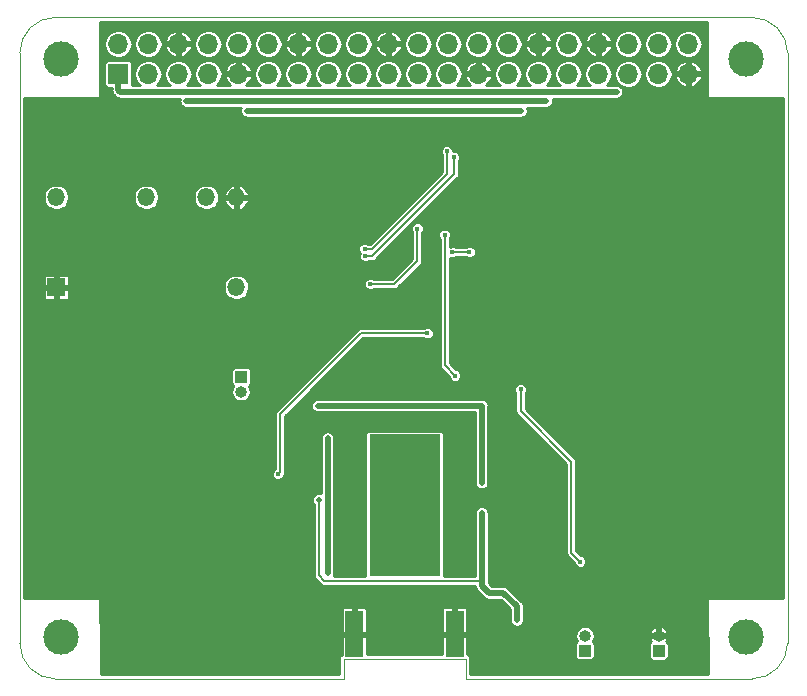
<source format=gbr>
G04 #@! TF.GenerationSoftware,KiCad,Pcbnew,5.0.0-fee4fd1~66~ubuntu18.04.1*
G04 #@! TF.CreationDate,2018-11-03T07:12:00+00:00*
G04 #@! TF.ProjectId,DDS-hat,4444532D6861742E6B696361645F7063,rev?*
G04 #@! TF.SameCoordinates,Original*
G04 #@! TF.FileFunction,Copper,L2,Bot,Signal*
G04 #@! TF.FilePolarity,Positive*
%FSLAX46Y46*%
G04 Gerber Fmt 4.6, Leading zero omitted, Abs format (unit mm)*
G04 Created by KiCad (PCBNEW 5.0.0-fee4fd1~66~ubuntu18.04.1) date Sat Nov  3 07:12:00 2018*
%MOMM*%
%LPD*%
G01*
G04 APERTURE LIST*
G04 #@! TA.AperFunction,NonConductor*
%ADD10C,0.100000*%
G04 #@! TD*
G04 #@! TA.AperFunction,ComponentPad*
%ADD11R,1.000000X1.000000*%
G04 #@! TD*
G04 #@! TA.AperFunction,ComponentPad*
%ADD12O,1.000000X1.000000*%
G04 #@! TD*
G04 #@! TA.AperFunction,ComponentPad*
%ADD13O,1.500000X1.500000*%
G04 #@! TD*
G04 #@! TA.AperFunction,ComponentPad*
%ADD14R,1.500000X1.500000*%
G04 #@! TD*
G04 #@! TA.AperFunction,SMDPad,CuDef*
%ADD15R,1.500000X4.000000*%
G04 #@! TD*
G04 #@! TA.AperFunction,ComponentPad*
%ADD16C,0.500000*%
G04 #@! TD*
G04 #@! TA.AperFunction,SMDPad,CuDef*
%ADD17R,6.000000X12.000000*%
G04 #@! TD*
G04 #@! TA.AperFunction,ComponentPad*
%ADD18R,1.700000X1.700000*%
G04 #@! TD*
G04 #@! TA.AperFunction,ComponentPad*
%ADD19O,1.700000X1.700000*%
G04 #@! TD*
G04 #@! TA.AperFunction,WasherPad*
%ADD20C,3.000000*%
G04 #@! TD*
G04 #@! TA.AperFunction,ViaPad*
%ADD21C,0.400000*%
G04 #@! TD*
G04 #@! TA.AperFunction,ViaPad*
%ADD22C,0.500000*%
G04 #@! TD*
G04 #@! TA.AperFunction,Conductor*
%ADD23C,0.500000*%
G04 #@! TD*
G04 #@! TA.AperFunction,Conductor*
%ADD24C,0.200000*%
G04 #@! TD*
G04 #@! TA.AperFunction,Conductor*
%ADD25C,0.254000*%
G04 #@! TD*
G04 APERTURE END LIST*
D10*
X116300000Y-116820000D02*
X140546356Y-116817611D01*
X105960000Y-115110000D02*
X105960000Y-116817611D01*
X116300000Y-115110000D02*
X116300000Y-116820000D01*
X105960000Y-115110000D02*
X116300000Y-115110000D01*
X78546356Y-63817611D02*
X78546356Y-113817611D01*
X78546356Y-63817611D02*
G75*
G02X81546356Y-60817611I3000000J0D01*
G01*
X140546356Y-60817611D02*
X81546356Y-60817611D01*
X140546356Y-60817611D02*
G75*
G02X143546356Y-63817611I0J-3000000D01*
G01*
X143546356Y-113817611D02*
X143546356Y-63817611D01*
X81546356Y-116817611D02*
G75*
G02X78546356Y-113817611I0J3000000D01*
G01*
X81546356Y-116817611D02*
X105960000Y-116820000D01*
X143546351Y-113822847D02*
G75*
G02X140546356Y-116817611I-2999995J5236D01*
G01*
D11*
G04 #@! TO.P,J2,1*
G04 #@! TO.N,/Vout2*
X126380000Y-114430000D03*
D12*
G04 #@! TO.P,J2,2*
G04 #@! TO.N,/Vout1*
X126380000Y-113160000D03*
G04 #@! TD*
G04 #@! TO.P,J5,2*
G04 #@! TO.N,Net-(C27-Pad1)*
X97290000Y-92500000D03*
D11*
G04 #@! TO.P,J5,1*
G04 #@! TO.N,Net-(J5-Pad1)*
X97290000Y-91230000D03*
G04 #@! TD*
G04 #@! TO.P,J6,1*
G04 #@! TO.N,/TTL_SYNC*
X132640000Y-114440000D03*
D12*
G04 #@! TO.P,J6,2*
G04 #@! TO.N,GND*
X132640000Y-113170000D03*
G04 #@! TD*
D13*
G04 #@! TO.P,U4,14*
G04 #@! TO.N,+5V*
X81650000Y-76060000D03*
G04 #@! TO.P,U4,7*
G04 #@! TO.N,Net-(U4-Pad7)*
X96890000Y-83680000D03*
G04 #@! TO.P,U4,11*
G04 #@! TO.N,-5VA*
X89270000Y-76060000D03*
G04 #@! TO.P,U4,9*
G04 #@! TO.N,+5VA*
X94350000Y-76060000D03*
G04 #@! TO.P,U4,8*
G04 #@! TO.N,GND*
X96890000Y-76060000D03*
D14*
G04 #@! TO.P,U4,1*
X81650000Y-83680000D03*
G04 #@! TD*
D15*
G04 #@! TO.P,J3,2*
G04 #@! TO.N,GND*
X106860000Y-113040000D03*
X115360000Y-113040000D03*
G04 #@! TD*
D16*
G04 #@! TO.P,U5,21*
G04 #@! TO.N,-5VA*
X110620000Y-101630000D03*
D17*
X111120000Y-102130000D03*
D16*
X111620000Y-101630000D03*
X110620000Y-102630000D03*
X111620000Y-102630000D03*
X111620000Y-104530000D03*
X110620000Y-104530000D03*
X110620000Y-103530000D03*
X111620000Y-103530000D03*
X109620000Y-102630000D03*
X109620000Y-104530000D03*
X109620000Y-103530000D03*
X109620000Y-101630000D03*
X112620000Y-101630000D03*
X112620000Y-104530000D03*
X112620000Y-102630000D03*
X112620000Y-103530000D03*
X111620000Y-100630000D03*
X112620000Y-100630000D03*
X109620000Y-99630000D03*
X110620000Y-100630000D03*
X112620000Y-99630000D03*
X109620000Y-100630000D03*
X110620000Y-99630000D03*
X111620000Y-99630000D03*
X112620000Y-98630000D03*
X111620000Y-98630000D03*
X109620000Y-98630000D03*
X110620000Y-98630000D03*
X110620000Y-105630000D03*
X109620000Y-105630000D03*
X112620000Y-105630000D03*
X111620000Y-105630000D03*
G04 #@! TD*
D18*
G04 #@! TO.P,J1,1*
G04 #@! TO.N,+3V3*
X86890000Y-65610000D03*
D19*
G04 #@! TO.P,J1,2*
G04 #@! TO.N,+5V*
X86890000Y-63070000D03*
G04 #@! TO.P,J1,3*
G04 #@! TO.N,Net-(J1-Pad3)*
X89430000Y-65610000D03*
G04 #@! TO.P,J1,4*
G04 #@! TO.N,+5V*
X89430000Y-63070000D03*
G04 #@! TO.P,J1,5*
G04 #@! TO.N,Net-(J1-Pad5)*
X91970000Y-65610000D03*
G04 #@! TO.P,J1,6*
G04 #@! TO.N,GND*
X91970000Y-63070000D03*
G04 #@! TO.P,J1,7*
G04 #@! TO.N,Net-(J1-Pad7)*
X94510000Y-65610000D03*
G04 #@! TO.P,J1,8*
G04 #@! TO.N,Net-(J1-Pad8)*
X94510000Y-63070000D03*
G04 #@! TO.P,J1,9*
G04 #@! TO.N,GND*
X97050000Y-65610000D03*
G04 #@! TO.P,J1,10*
G04 #@! TO.N,Net-(J1-Pad10)*
X97050000Y-63070000D03*
G04 #@! TO.P,J1,11*
G04 #@! TO.N,Net-(J1-Pad11)*
X99590000Y-65610000D03*
G04 #@! TO.P,J1,12*
G04 #@! TO.N,Net-(J1-Pad12)*
X99590000Y-63070000D03*
G04 #@! TO.P,J1,13*
G04 #@! TO.N,Net-(J1-Pad13)*
X102130000Y-65610000D03*
G04 #@! TO.P,J1,14*
G04 #@! TO.N,GND*
X102130000Y-63070000D03*
G04 #@! TO.P,J1,15*
G04 #@! TO.N,Net-(J1-Pad15)*
X104670000Y-65610000D03*
G04 #@! TO.P,J1,16*
G04 #@! TO.N,Net-(J1-Pad16)*
X104670000Y-63070000D03*
G04 #@! TO.P,J1,17*
G04 #@! TO.N,Net-(J1-Pad17)*
X107210000Y-65610000D03*
G04 #@! TO.P,J1,18*
G04 #@! TO.N,Net-(J1-Pad18)*
X107210000Y-63070000D03*
G04 #@! TO.P,J1,19*
G04 #@! TO.N,Net-(J1-Pad19)*
X109750000Y-65610000D03*
G04 #@! TO.P,J1,20*
G04 #@! TO.N,GND*
X109750000Y-63070000D03*
G04 #@! TO.P,J1,21*
G04 #@! TO.N,Net-(J1-Pad21)*
X112290000Y-65610000D03*
G04 #@! TO.P,J1,22*
G04 #@! TO.N,Net-(J1-Pad22)*
X112290000Y-63070000D03*
G04 #@! TO.P,J1,23*
G04 #@! TO.N,Net-(J1-Pad23)*
X114830000Y-65610000D03*
G04 #@! TO.P,J1,24*
G04 #@! TO.N,Net-(J1-Pad24)*
X114830000Y-63070000D03*
G04 #@! TO.P,J1,25*
G04 #@! TO.N,GND*
X117370000Y-65610000D03*
G04 #@! TO.P,J1,26*
G04 #@! TO.N,Net-(J1-Pad26)*
X117370000Y-63070000D03*
G04 #@! TO.P,J1,27*
G04 #@! TO.N,Net-(J1-Pad27)*
X119910000Y-65610000D03*
G04 #@! TO.P,J1,28*
G04 #@! TO.N,Net-(J1-Pad28)*
X119910000Y-63070000D03*
G04 #@! TO.P,J1,29*
G04 #@! TO.N,Net-(J1-Pad29)*
X122450000Y-65610000D03*
G04 #@! TO.P,J1,30*
G04 #@! TO.N,GND*
X122450000Y-63070000D03*
G04 #@! TO.P,J1,31*
G04 #@! TO.N,Net-(J1-Pad31)*
X124990000Y-65610000D03*
G04 #@! TO.P,J1,32*
G04 #@! TO.N,Net-(J1-Pad32)*
X124990000Y-63070000D03*
G04 #@! TO.P,J1,33*
G04 #@! TO.N,Net-(J1-Pad33)*
X127530000Y-65610000D03*
G04 #@! TO.P,J1,34*
G04 #@! TO.N,GND*
X127530000Y-63070000D03*
G04 #@! TO.P,J1,35*
G04 #@! TO.N,Net-(J1-Pad35)*
X130070000Y-65610000D03*
G04 #@! TO.P,J1,36*
G04 #@! TO.N,Net-(J1-Pad36)*
X130070000Y-63070000D03*
G04 #@! TO.P,J1,37*
G04 #@! TO.N,Net-(J1-Pad37)*
X132610000Y-65610000D03*
G04 #@! TO.P,J1,38*
G04 #@! TO.N,Net-(J1-Pad38)*
X132610000Y-63070000D03*
G04 #@! TO.P,J1,39*
G04 #@! TO.N,GND*
X135150000Y-65610000D03*
G04 #@! TO.P,J1,40*
G04 #@! TO.N,Net-(J1-Pad40)*
X135150000Y-63070000D03*
G04 #@! TD*
D20*
G04 #@! TO.P,H1,*
G04 #@! TO.N,*
X82040000Y-64310000D03*
G04 #@! TD*
G04 #@! TO.P,H2,*
G04 #@! TO.N,*
X140040000Y-64330000D03*
G04 #@! TD*
G04 #@! TO.P,H3,*
G04 #@! TO.N,*
X82040000Y-113320000D03*
G04 #@! TD*
G04 #@! TO.P,H4,*
G04 #@! TO.N,*
X140030000Y-113310000D03*
G04 #@! TD*
D21*
G04 #@! TO.N,GND*
X104900000Y-76300000D03*
X106800000Y-76300000D03*
X105500000Y-76300000D03*
X104300000Y-76900000D03*
X104300000Y-77500000D03*
X104300000Y-78100000D03*
X104300000Y-78700000D03*
X104300000Y-76300000D03*
X118730000Y-92310000D03*
X109470000Y-88210000D03*
X113357500Y-83232500D03*
X114510000Y-71140000D03*
X119710000Y-85850000D03*
X100610000Y-82920000D03*
X85871500Y-94507500D03*
X85877500Y-101117500D03*
X85852000Y-97790000D03*
X92560000Y-108780000D03*
X89660000Y-108790000D03*
X85850000Y-104620000D03*
X104770000Y-112320000D03*
X130980000Y-108350000D03*
X113270000Y-76930000D03*
X105250000Y-101495000D03*
X105255000Y-104035000D03*
X121760004Y-96350000D03*
X121980000Y-107870000D03*
X125980000Y-107840000D03*
X102540000Y-95370000D03*
X115360000Y-110610000D03*
X106870000Y-110620000D03*
X104587500Y-91857500D03*
X107810000Y-72140000D03*
X96720000Y-69890000D03*
X93320000Y-69610000D03*
X91720000Y-70010000D03*
X84070000Y-70120000D03*
X81740002Y-68730000D03*
X90350000Y-69640000D03*
X103160000Y-69980000D03*
X107840000Y-79210000D03*
X106200000Y-76300000D03*
X107840000Y-79730000D03*
X102510000Y-105400000D03*
D22*
G04 #@! TO.N,-5VA*
X104600000Y-96450000D03*
X104600000Y-107850000D03*
X123110002Y-67890000D03*
X118460000Y-67900000D03*
X92650000Y-67900000D03*
G04 #@! TO.N,+5VA*
X117650000Y-97680000D03*
X117650000Y-98960000D03*
X117650000Y-100210000D03*
X103780000Y-93690000D03*
X120959998Y-68720000D03*
X106130000Y-68720000D03*
X97780000Y-68720000D03*
X110500000Y-68720002D03*
X110500000Y-93690000D03*
D21*
G04 #@! TO.N,Net-(C3-Pad1)*
X112210002Y-78710000D03*
X108210000Y-83390000D03*
G04 #@! TO.N,Net-(R7-Pad2)*
X113060010Y-87560000D03*
X100390000Y-99490000D03*
G04 #@! TO.N,Net-(J1-Pad23)*
X114710000Y-72139990D03*
X107740000Y-80410000D03*
G04 #@! TO.N,Net-(J1-Pad26)*
X115170000Y-80700002D03*
X116610000Y-80680000D03*
G04 #@! TO.N,Net-(J1-Pad19)*
X107805503Y-81032102D03*
X115310000Y-72660000D03*
D22*
G04 #@! TO.N,/Vout1*
X117650000Y-102765000D03*
X103840000Y-101670000D03*
X120630000Y-111840000D03*
D21*
G04 #@! TO.N,Net-(R16-Pad2)*
X114510000Y-79220000D03*
X115390000Y-91140000D03*
G04 #@! TO.N,Net-(R16-Pad1)*
X120940000Y-92300000D03*
X125980000Y-106890000D03*
D22*
G04 #@! TO.N,+3V3*
X129070001Y-67120000D03*
G04 #@! TD*
D23*
G04 #@! TO.N,-5VA*
X104600000Y-96450000D02*
X104600000Y-107850000D01*
X123100002Y-67900000D02*
X123110002Y-67890000D01*
X118460000Y-67900000D02*
X123100002Y-67900000D01*
X92650000Y-67900000D02*
X118460000Y-67900000D01*
G04 #@! TO.N,+5VA*
X117650000Y-97680000D02*
X117650000Y-98033553D01*
X117650000Y-98033553D02*
X117650000Y-98960000D01*
X117650000Y-98960000D02*
X117650000Y-100210000D01*
X98210000Y-68720000D02*
X97780000Y-68720000D01*
X106130000Y-68720000D02*
X98210000Y-68720000D01*
X110499998Y-68720000D02*
X110500000Y-68720002D01*
X120959998Y-68720000D02*
X110500002Y-68720000D01*
X106130000Y-68720000D02*
X110499998Y-68720000D01*
X110500002Y-68720000D02*
X110500000Y-68720002D01*
X110520000Y-93690000D02*
X103780000Y-93690000D01*
X117650000Y-97680000D02*
X117650000Y-93690000D01*
X117650000Y-93690000D02*
X110520000Y-93690000D01*
D24*
G04 #@! TO.N,Net-(C3-Pad1)*
X108492842Y-83390000D02*
X108210000Y-83390000D01*
X110250000Y-83390000D02*
X108492842Y-83390000D01*
X112210002Y-78710000D02*
X112210002Y-81429998D01*
X112210002Y-81429998D02*
X110250000Y-83390000D01*
G04 #@! TO.N,Net-(R7-Pad2)*
X111770000Y-87560000D02*
X113060010Y-87560000D01*
X107440000Y-87560000D02*
X111770000Y-87560000D01*
X100589999Y-94410001D02*
X107440000Y-87560000D01*
X100390000Y-99490000D02*
X100589999Y-99290001D01*
X100589999Y-99290001D02*
X100589999Y-94410001D01*
G04 #@! TO.N,Net-(J1-Pad23)*
X108350000Y-80410000D02*
X107740000Y-80410000D01*
X114710000Y-72139990D02*
X114710000Y-74050000D01*
X114710000Y-74050000D02*
X108350000Y-80410000D01*
G04 #@! TO.N,Net-(J1-Pad26)*
X115170000Y-80700002D02*
X116589998Y-80700002D01*
X116589998Y-80700002D02*
X116610000Y-80680000D01*
G04 #@! TO.N,Net-(J1-Pad19)*
X115310000Y-74080000D02*
X115310000Y-72942842D01*
X115310000Y-72942842D02*
X115310000Y-72660000D01*
X107805503Y-81032102D02*
X108357898Y-81032102D01*
X108357898Y-81032102D02*
X115310000Y-74080000D01*
G04 #@! TO.N,/Vout1*
X104290000Y-108520000D02*
X117820000Y-108520000D01*
X103840000Y-101670000D02*
X103840000Y-108070000D01*
X103840000Y-108070000D02*
X104290000Y-108520000D01*
D23*
X117660000Y-108920000D02*
X117660000Y-102775000D01*
X120630000Y-111840000D02*
X120630000Y-110680000D01*
X117660000Y-102775000D02*
X117650000Y-102765000D01*
X118280000Y-109540000D02*
X117660000Y-108920000D01*
X119490000Y-109540000D02*
X118280000Y-109540000D01*
X120630000Y-110680000D02*
X119490000Y-109540000D01*
D24*
G04 #@! TO.N,Net-(R16-Pad2)*
X114510000Y-90260000D02*
X115390000Y-91140000D01*
X114510000Y-79220000D02*
X114510000Y-90260000D01*
G04 #@! TO.N,Net-(R16-Pad1)*
X125250000Y-106160000D02*
X125980000Y-106890000D01*
X125250000Y-98420000D02*
X125250000Y-106160000D01*
X120940000Y-92300000D02*
X120940000Y-94110000D01*
X120940000Y-94110000D02*
X125250000Y-98420000D01*
D23*
G04 #@! TO.N,+3V3*
X128716448Y-67120000D02*
X129070001Y-67120000D01*
X87050000Y-67120000D02*
X128716448Y-67120000D01*
X86890000Y-65610000D02*
X86890000Y-66960000D01*
X86890000Y-66960000D02*
X87050000Y-67120000D01*
G04 #@! TD*
D25*
G04 #@! TO.N,GND*
G36*
X136764823Y-67490000D02*
X136774490Y-67538601D01*
X136802020Y-67579803D01*
X136843222Y-67607333D01*
X136891823Y-67617000D01*
X143169357Y-67617000D01*
X143169356Y-109963000D01*
X136891823Y-109963000D01*
X136843222Y-109972667D01*
X136802020Y-110000197D01*
X136774490Y-110041399D01*
X136764823Y-110090154D01*
X136772539Y-116440984D01*
X116677000Y-116442963D01*
X116677000Y-115147126D01*
X116684385Y-115110000D01*
X116655125Y-114962902D01*
X116571801Y-114838199D01*
X116447098Y-114754875D01*
X116437000Y-114752866D01*
X116437000Y-113248750D01*
X116355250Y-113167000D01*
X115487000Y-113167000D01*
X115487000Y-113187000D01*
X115233000Y-113187000D01*
X115233000Y-113167000D01*
X114364750Y-113167000D01*
X114283000Y-113248750D01*
X114283000Y-114733000D01*
X107937000Y-114733000D01*
X107937000Y-113248750D01*
X107855250Y-113167000D01*
X106987000Y-113167000D01*
X106987000Y-113187000D01*
X106733000Y-113187000D01*
X106733000Y-113167000D01*
X105864750Y-113167000D01*
X105783000Y-113248750D01*
X105783000Y-114774855D01*
X105688199Y-114838199D01*
X105604875Y-114962902D01*
X105575615Y-115110000D01*
X105583000Y-115147127D01*
X105583001Y-116442963D01*
X85451360Y-116440994D01*
X85382905Y-113160000D01*
X125536799Y-113160000D01*
X125600984Y-113482679D01*
X125712069Y-113648929D01*
X125644246Y-113694246D01*
X125571973Y-113802411D01*
X125546594Y-113930000D01*
X125546594Y-114930000D01*
X125571973Y-115057589D01*
X125644246Y-115165754D01*
X125752411Y-115238027D01*
X125880000Y-115263406D01*
X126880000Y-115263406D01*
X127007589Y-115238027D01*
X127115754Y-115165754D01*
X127188027Y-115057589D01*
X127213406Y-114930000D01*
X127213406Y-113940000D01*
X131806594Y-113940000D01*
X131806594Y-114940000D01*
X131831973Y-115067589D01*
X131904246Y-115175754D01*
X132012411Y-115248027D01*
X132140000Y-115273406D01*
X133140000Y-115273406D01*
X133267589Y-115248027D01*
X133375754Y-115175754D01*
X133448027Y-115067589D01*
X133473406Y-114940000D01*
X133473406Y-113940000D01*
X133448027Y-113812411D01*
X133375754Y-113704246D01*
X133294572Y-113650002D01*
X133375785Y-113547597D01*
X133427262Y-113423273D01*
X133374349Y-113297000D01*
X132767000Y-113297000D01*
X132767000Y-113317000D01*
X132513000Y-113317000D01*
X132513000Y-113297000D01*
X131905651Y-113297000D01*
X131852738Y-113423273D01*
X131904215Y-113547597D01*
X131985428Y-113650002D01*
X131904246Y-113704246D01*
X131831973Y-113812411D01*
X131806594Y-113940000D01*
X127213406Y-113940000D01*
X127213406Y-113930000D01*
X127188027Y-113802411D01*
X127115754Y-113694246D01*
X127047931Y-113648929D01*
X127159016Y-113482679D01*
X127223201Y-113160000D01*
X127174811Y-112916727D01*
X131852738Y-112916727D01*
X131905651Y-113043000D01*
X132513000Y-113043000D01*
X132513000Y-112434542D01*
X132767000Y-112434542D01*
X132767000Y-113043000D01*
X133374349Y-113043000D01*
X133427262Y-112916727D01*
X133375785Y-112792403D01*
X133175276Y-112539573D01*
X132893276Y-112382720D01*
X132767000Y-112434542D01*
X132513000Y-112434542D01*
X132386724Y-112382720D01*
X132104724Y-112539573D01*
X131904215Y-112792403D01*
X131852738Y-112916727D01*
X127174811Y-112916727D01*
X127159016Y-112837321D01*
X126976233Y-112563767D01*
X126702679Y-112380984D01*
X126461448Y-112333000D01*
X126298552Y-112333000D01*
X126057321Y-112380984D01*
X125783767Y-112563767D01*
X125600984Y-112837321D01*
X125536799Y-113160000D01*
X85382905Y-113160000D01*
X85337315Y-110974955D01*
X105783000Y-110974955D01*
X105783000Y-112831250D01*
X105864750Y-112913000D01*
X106733000Y-112913000D01*
X106733000Y-110794750D01*
X106987000Y-110794750D01*
X106987000Y-112913000D01*
X107855250Y-112913000D01*
X107937000Y-112831250D01*
X107937000Y-110974955D01*
X114283000Y-110974955D01*
X114283000Y-112831250D01*
X114364750Y-112913000D01*
X115233000Y-112913000D01*
X115233000Y-110794750D01*
X115487000Y-110794750D01*
X115487000Y-112913000D01*
X116355250Y-112913000D01*
X116437000Y-112831250D01*
X116437000Y-110974955D01*
X116387217Y-110854769D01*
X116295230Y-110762783D01*
X116175044Y-110713000D01*
X115568750Y-110713000D01*
X115487000Y-110794750D01*
X115233000Y-110794750D01*
X115151250Y-110713000D01*
X114544956Y-110713000D01*
X114424770Y-110762783D01*
X114332783Y-110854769D01*
X114283000Y-110974955D01*
X107937000Y-110974955D01*
X107887217Y-110854769D01*
X107795230Y-110762783D01*
X107675044Y-110713000D01*
X107068750Y-110713000D01*
X106987000Y-110794750D01*
X106733000Y-110794750D01*
X106651250Y-110713000D01*
X106044956Y-110713000D01*
X105924770Y-110762783D01*
X105832783Y-110854769D01*
X105783000Y-110974955D01*
X85337315Y-110974955D01*
X85318795Y-110087351D01*
X85308116Y-110038962D01*
X85279733Y-109998344D01*
X85237966Y-109971679D01*
X85191823Y-109963000D01*
X78923356Y-109963000D01*
X78923356Y-101555228D01*
X103263000Y-101555228D01*
X103263000Y-101784772D01*
X103350843Y-101996844D01*
X103413000Y-102059001D01*
X103413001Y-108027942D01*
X103404635Y-108070000D01*
X103425888Y-108176844D01*
X103437776Y-108236607D01*
X103532151Y-108377850D01*
X103567805Y-108401673D01*
X103958326Y-108792195D01*
X103982150Y-108827850D01*
X104123393Y-108922225D01*
X104247946Y-108947000D01*
X104289999Y-108955365D01*
X104332052Y-108947000D01*
X117077067Y-108947000D01*
X117083000Y-108976828D01*
X117116478Y-109145133D01*
X117244006Y-109335994D01*
X117292188Y-109368188D01*
X117831814Y-109907815D01*
X117864006Y-109955994D01*
X118054866Y-110083522D01*
X118223171Y-110117000D01*
X118279999Y-110128304D01*
X118336827Y-110117000D01*
X119251000Y-110117000D01*
X120053001Y-110919002D01*
X120053000Y-111725228D01*
X120053000Y-111954772D01*
X120075174Y-112008306D01*
X120086478Y-112065133D01*
X120118668Y-112113310D01*
X120140843Y-112166844D01*
X120181814Y-112207815D01*
X120214006Y-112255994D01*
X120262185Y-112288186D01*
X120303156Y-112329157D01*
X120356688Y-112351331D01*
X120404866Y-112383522D01*
X120461695Y-112394826D01*
X120515228Y-112417000D01*
X120573171Y-112417000D01*
X120630000Y-112428304D01*
X120686829Y-112417000D01*
X120744772Y-112417000D01*
X120798305Y-112394826D01*
X120855133Y-112383522D01*
X120903310Y-112351332D01*
X120956844Y-112329157D01*
X120997815Y-112288186D01*
X121045994Y-112255994D01*
X121078186Y-112207815D01*
X121119157Y-112166844D01*
X121141331Y-112113312D01*
X121173522Y-112065134D01*
X121184826Y-112008305D01*
X121207000Y-111954772D01*
X121207000Y-110736827D01*
X121218304Y-110679999D01*
X121197275Y-110574281D01*
X121173522Y-110454866D01*
X121045994Y-110264006D01*
X120997815Y-110231814D01*
X119938188Y-109172188D01*
X119905994Y-109124006D01*
X119715134Y-108996478D01*
X119546829Y-108963000D01*
X119546828Y-108963000D01*
X119490000Y-108951696D01*
X119433172Y-108963000D01*
X118519001Y-108963000D01*
X118237000Y-108681000D01*
X118237000Y-108612328D01*
X118255365Y-108520000D01*
X118237000Y-108427672D01*
X118237000Y-102831827D01*
X118248304Y-102774999D01*
X118227000Y-102667900D01*
X118227000Y-102650228D01*
X118220238Y-102633903D01*
X118203522Y-102549866D01*
X118155919Y-102478622D01*
X118139157Y-102438156D01*
X118108185Y-102407184D01*
X118075994Y-102359006D01*
X118027815Y-102326814D01*
X117976844Y-102275843D01*
X117923307Y-102253667D01*
X117875134Y-102221479D01*
X117818308Y-102210175D01*
X117764772Y-102188000D01*
X117706828Y-102188000D01*
X117650000Y-102176696D01*
X117593172Y-102188000D01*
X117535228Y-102188000D01*
X117481692Y-102210175D01*
X117424866Y-102221479D01*
X117376693Y-102253667D01*
X117323156Y-102275843D01*
X117282181Y-102316818D01*
X117234007Y-102349007D01*
X117201818Y-102397181D01*
X117160843Y-102438156D01*
X117138667Y-102491693D01*
X117106479Y-102539866D01*
X117095175Y-102596692D01*
X117073000Y-102650228D01*
X117073000Y-102708172D01*
X117061696Y-102765000D01*
X117073000Y-102821828D01*
X117073000Y-102879772D01*
X117083001Y-102903917D01*
X117083000Y-108093000D01*
X114453406Y-108093000D01*
X114453406Y-96130000D01*
X114428027Y-96002411D01*
X114355754Y-95894246D01*
X114247589Y-95821973D01*
X114120000Y-95796594D01*
X108120000Y-95796594D01*
X107992411Y-95821973D01*
X107884246Y-95894246D01*
X107811973Y-96002411D01*
X107786594Y-96130000D01*
X107786594Y-108093000D01*
X105131584Y-108093000D01*
X105143522Y-108075134D01*
X105154826Y-108018305D01*
X105177000Y-107964772D01*
X105177000Y-96335228D01*
X105154826Y-96281695D01*
X105143522Y-96224866D01*
X105111331Y-96176688D01*
X105089157Y-96123156D01*
X105048186Y-96082185D01*
X105015994Y-96034006D01*
X104967815Y-96001814D01*
X104926844Y-95960843D01*
X104873310Y-95938668D01*
X104825133Y-95906478D01*
X104768305Y-95895174D01*
X104714772Y-95873000D01*
X104656829Y-95873000D01*
X104600000Y-95861696D01*
X104543171Y-95873000D01*
X104485228Y-95873000D01*
X104431695Y-95895174D01*
X104374866Y-95906478D01*
X104326688Y-95938669D01*
X104273156Y-95960843D01*
X104232185Y-96001814D01*
X104184006Y-96034006D01*
X104151814Y-96082185D01*
X104110843Y-96123156D01*
X104088668Y-96176690D01*
X104056478Y-96224867D01*
X104045174Y-96281694D01*
X104023000Y-96335228D01*
X104023000Y-101121261D01*
X103954772Y-101093000D01*
X103725228Y-101093000D01*
X103513156Y-101180843D01*
X103350843Y-101343156D01*
X103263000Y-101555228D01*
X78923356Y-101555228D01*
X78923356Y-99385173D01*
X99863000Y-99385173D01*
X99863000Y-99594827D01*
X99943231Y-99788522D01*
X100091478Y-99936769D01*
X100285173Y-100017000D01*
X100494827Y-100017000D01*
X100688522Y-99936769D01*
X100836769Y-99788522D01*
X100917000Y-99594827D01*
X100917000Y-99569189D01*
X100992224Y-99456608D01*
X101016999Y-99332055D01*
X101016999Y-99332054D01*
X101025364Y-99290002D01*
X101016999Y-99247949D01*
X101016999Y-94586869D01*
X101913868Y-93690000D01*
X103191696Y-93690000D01*
X103203000Y-93746829D01*
X103203000Y-93804772D01*
X103225174Y-93858305D01*
X103236478Y-93915134D01*
X103268669Y-93963312D01*
X103290843Y-94016844D01*
X103331814Y-94057815D01*
X103364006Y-94105994D01*
X103412185Y-94138186D01*
X103453156Y-94179157D01*
X103506688Y-94201331D01*
X103554866Y-94233522D01*
X103611695Y-94244826D01*
X103665228Y-94267000D01*
X117073001Y-94267000D01*
X117073000Y-97565228D01*
X117073000Y-97976725D01*
X117073001Y-98845226D01*
X117073000Y-98845228D01*
X117073000Y-98903172D01*
X117073001Y-100095226D01*
X117073000Y-100095228D01*
X117073000Y-100324772D01*
X117095176Y-100378309D01*
X117106479Y-100435134D01*
X117138668Y-100483308D01*
X117160843Y-100536844D01*
X117201817Y-100577818D01*
X117234007Y-100625994D01*
X117282183Y-100658184D01*
X117323156Y-100699157D01*
X117376691Y-100721332D01*
X117424867Y-100753522D01*
X117481695Y-100764826D01*
X117535228Y-100787000D01*
X117593171Y-100787000D01*
X117650000Y-100798304D01*
X117706829Y-100787000D01*
X117764772Y-100787000D01*
X117818305Y-100764826D01*
X117875134Y-100753522D01*
X117923312Y-100721331D01*
X117976844Y-100699157D01*
X118017815Y-100658186D01*
X118065994Y-100625994D01*
X118098186Y-100577815D01*
X118139157Y-100536844D01*
X118161331Y-100483312D01*
X118193522Y-100435134D01*
X118204826Y-100378305D01*
X118227000Y-100324772D01*
X118227000Y-93746829D01*
X118238304Y-93690000D01*
X118193522Y-93464866D01*
X118065994Y-93274006D01*
X117875134Y-93146478D01*
X117706829Y-93113000D01*
X117650000Y-93101696D01*
X117593171Y-93113000D01*
X103665228Y-93113000D01*
X103611695Y-93135174D01*
X103554866Y-93146478D01*
X103506688Y-93178669D01*
X103453156Y-93200843D01*
X103412185Y-93241814D01*
X103364006Y-93274006D01*
X103331814Y-93322185D01*
X103290843Y-93363156D01*
X103268669Y-93416688D01*
X103236478Y-93464866D01*
X103225174Y-93521695D01*
X103203000Y-93575228D01*
X103203000Y-93633171D01*
X103191696Y-93690000D01*
X101913868Y-93690000D01*
X103408695Y-92195173D01*
X120413000Y-92195173D01*
X120413000Y-92404827D01*
X120493231Y-92598522D01*
X120513000Y-92618291D01*
X120513001Y-94067943D01*
X120504635Y-94110000D01*
X120535865Y-94267000D01*
X120537776Y-94276607D01*
X120632151Y-94417850D01*
X120667805Y-94441673D01*
X124823000Y-98596869D01*
X124823001Y-106117942D01*
X124814635Y-106160000D01*
X124847776Y-106326607D01*
X124942151Y-106467850D01*
X124977805Y-106491673D01*
X125453000Y-106966869D01*
X125453000Y-106994827D01*
X125533231Y-107188522D01*
X125681478Y-107336769D01*
X125875173Y-107417000D01*
X126084827Y-107417000D01*
X126278522Y-107336769D01*
X126426769Y-107188522D01*
X126507000Y-106994827D01*
X126507000Y-106785173D01*
X126426769Y-106591478D01*
X126278522Y-106443231D01*
X126084827Y-106363000D01*
X126056869Y-106363000D01*
X125677000Y-105983132D01*
X125677000Y-98462052D01*
X125685365Y-98419999D01*
X125662123Y-98303156D01*
X125652225Y-98253393D01*
X125557850Y-98112150D01*
X125522196Y-98088327D01*
X121367000Y-93933132D01*
X121367000Y-92618291D01*
X121386769Y-92598522D01*
X121467000Y-92404827D01*
X121467000Y-92195173D01*
X121386769Y-92001478D01*
X121238522Y-91853231D01*
X121044827Y-91773000D01*
X120835173Y-91773000D01*
X120641478Y-91853231D01*
X120493231Y-92001478D01*
X120413000Y-92195173D01*
X103408695Y-92195173D01*
X107616870Y-87987000D01*
X112741719Y-87987000D01*
X112761488Y-88006769D01*
X112955183Y-88087000D01*
X113164837Y-88087000D01*
X113358532Y-88006769D01*
X113506779Y-87858522D01*
X113587010Y-87664827D01*
X113587010Y-87455173D01*
X113506779Y-87261478D01*
X113358532Y-87113231D01*
X113164837Y-87033000D01*
X112955183Y-87033000D01*
X112761488Y-87113231D01*
X112741719Y-87133000D01*
X107482052Y-87133000D01*
X107439999Y-87124635D01*
X107397946Y-87133000D01*
X107273393Y-87157775D01*
X107132150Y-87252150D01*
X107108329Y-87287801D01*
X100317804Y-94078328D01*
X100282150Y-94102151D01*
X100258328Y-94137804D01*
X100187775Y-94243394D01*
X100154634Y-94410001D01*
X100163000Y-94452059D01*
X100162999Y-99013606D01*
X100091478Y-99043231D01*
X99943231Y-99191478D01*
X99863000Y-99385173D01*
X78923356Y-99385173D01*
X78923356Y-92500000D01*
X96446799Y-92500000D01*
X96510984Y-92822679D01*
X96693767Y-93096233D01*
X96967321Y-93279016D01*
X97208552Y-93327000D01*
X97371448Y-93327000D01*
X97612679Y-93279016D01*
X97886233Y-93096233D01*
X98069016Y-92822679D01*
X98133201Y-92500000D01*
X98069016Y-92177321D01*
X97957931Y-92011071D01*
X98025754Y-91965754D01*
X98098027Y-91857589D01*
X98123406Y-91730000D01*
X98123406Y-90730000D01*
X98098027Y-90602411D01*
X98025754Y-90494246D01*
X97917589Y-90421973D01*
X97790000Y-90396594D01*
X96790000Y-90396594D01*
X96662411Y-90421973D01*
X96554246Y-90494246D01*
X96481973Y-90602411D01*
X96456594Y-90730000D01*
X96456594Y-91730000D01*
X96481973Y-91857589D01*
X96554246Y-91965754D01*
X96622069Y-92011071D01*
X96510984Y-92177321D01*
X96446799Y-92500000D01*
X78923356Y-92500000D01*
X78923356Y-83888750D01*
X80573000Y-83888750D01*
X80573000Y-84495044D01*
X80622783Y-84615230D01*
X80714769Y-84707217D01*
X80834955Y-84757000D01*
X81441250Y-84757000D01*
X81523000Y-84675250D01*
X81523000Y-83807000D01*
X81777000Y-83807000D01*
X81777000Y-84675250D01*
X81858750Y-84757000D01*
X82465045Y-84757000D01*
X82585231Y-84707217D01*
X82677217Y-84615230D01*
X82727000Y-84495044D01*
X82727000Y-83888750D01*
X82645250Y-83807000D01*
X81777000Y-83807000D01*
X81523000Y-83807000D01*
X80654750Y-83807000D01*
X80573000Y-83888750D01*
X78923356Y-83888750D01*
X78923356Y-83680000D01*
X95791901Y-83680000D01*
X95875489Y-84100224D01*
X96113527Y-84456473D01*
X96469776Y-84694511D01*
X96783928Y-84757000D01*
X96996072Y-84757000D01*
X97310224Y-84694511D01*
X97666473Y-84456473D01*
X97904511Y-84100224D01*
X97988099Y-83680000D01*
X97909563Y-83285173D01*
X107683000Y-83285173D01*
X107683000Y-83494827D01*
X107763231Y-83688522D01*
X107911478Y-83836769D01*
X108105173Y-83917000D01*
X108314827Y-83917000D01*
X108508522Y-83836769D01*
X108528291Y-83817000D01*
X110207947Y-83817000D01*
X110250000Y-83825365D01*
X110292053Y-83817000D01*
X110292054Y-83817000D01*
X110416607Y-83792225D01*
X110557850Y-83697850D01*
X110581675Y-83662193D01*
X112482198Y-81761671D01*
X112517852Y-81737848D01*
X112612227Y-81596605D01*
X112637002Y-81472052D01*
X112645367Y-81429999D01*
X112637002Y-81387946D01*
X112637002Y-79115173D01*
X113983000Y-79115173D01*
X113983000Y-79324827D01*
X114063231Y-79518522D01*
X114083000Y-79538291D01*
X114083001Y-90217942D01*
X114074635Y-90260000D01*
X114101806Y-90396594D01*
X114107776Y-90426607D01*
X114202151Y-90567850D01*
X114237805Y-90591673D01*
X114863000Y-91216869D01*
X114863000Y-91244827D01*
X114943231Y-91438522D01*
X115091478Y-91586769D01*
X115285173Y-91667000D01*
X115494827Y-91667000D01*
X115688522Y-91586769D01*
X115836769Y-91438522D01*
X115917000Y-91244827D01*
X115917000Y-91035173D01*
X115836769Y-90841478D01*
X115688522Y-90693231D01*
X115494827Y-90613000D01*
X115466869Y-90613000D01*
X114937000Y-90083132D01*
X114937000Y-81173911D01*
X115065173Y-81227002D01*
X115274827Y-81227002D01*
X115468522Y-81146771D01*
X115488291Y-81127002D01*
X116312041Y-81127002D01*
X116505173Y-81207000D01*
X116714827Y-81207000D01*
X116908522Y-81126769D01*
X117056769Y-80978522D01*
X117137000Y-80784827D01*
X117137000Y-80575173D01*
X117056769Y-80381478D01*
X116908522Y-80233231D01*
X116714827Y-80153000D01*
X116505173Y-80153000D01*
X116311478Y-80233231D01*
X116271707Y-80273002D01*
X115488291Y-80273002D01*
X115468522Y-80253233D01*
X115274827Y-80173002D01*
X115065173Y-80173002D01*
X114937000Y-80226093D01*
X114937000Y-79538291D01*
X114956769Y-79518522D01*
X115037000Y-79324827D01*
X115037000Y-79115173D01*
X114956769Y-78921478D01*
X114808522Y-78773231D01*
X114614827Y-78693000D01*
X114405173Y-78693000D01*
X114211478Y-78773231D01*
X114063231Y-78921478D01*
X113983000Y-79115173D01*
X112637002Y-79115173D01*
X112637002Y-79028291D01*
X112656771Y-79008522D01*
X112737002Y-78814827D01*
X112737002Y-78605173D01*
X112656771Y-78411478D01*
X112508524Y-78263231D01*
X112314829Y-78183000D01*
X112105175Y-78183000D01*
X111911480Y-78263231D01*
X111763233Y-78411478D01*
X111683002Y-78605173D01*
X111683002Y-78814827D01*
X111763233Y-79008522D01*
X111783002Y-79028291D01*
X111783003Y-81253128D01*
X110073132Y-82963000D01*
X108528291Y-82963000D01*
X108508522Y-82943231D01*
X108314827Y-82863000D01*
X108105173Y-82863000D01*
X107911478Y-82943231D01*
X107763231Y-83091478D01*
X107683000Y-83285173D01*
X97909563Y-83285173D01*
X97904511Y-83259776D01*
X97666473Y-82903527D01*
X97310224Y-82665489D01*
X96996072Y-82603000D01*
X96783928Y-82603000D01*
X96469776Y-82665489D01*
X96113527Y-82903527D01*
X95875489Y-83259776D01*
X95791901Y-83680000D01*
X78923356Y-83680000D01*
X78923356Y-82864956D01*
X80573000Y-82864956D01*
X80573000Y-83471250D01*
X80654750Y-83553000D01*
X81523000Y-83553000D01*
X81523000Y-82684750D01*
X81777000Y-82684750D01*
X81777000Y-83553000D01*
X82645250Y-83553000D01*
X82727000Y-83471250D01*
X82727000Y-82864956D01*
X82677217Y-82744770D01*
X82585231Y-82652783D01*
X82465045Y-82603000D01*
X81858750Y-82603000D01*
X81777000Y-82684750D01*
X81523000Y-82684750D01*
X81441250Y-82603000D01*
X80834955Y-82603000D01*
X80714769Y-82652783D01*
X80622783Y-82744770D01*
X80573000Y-82864956D01*
X78923356Y-82864956D01*
X78923356Y-80305173D01*
X107213000Y-80305173D01*
X107213000Y-80514827D01*
X107293231Y-80708522D01*
X107346888Y-80762179D01*
X107278503Y-80927275D01*
X107278503Y-81136929D01*
X107358734Y-81330624D01*
X107506981Y-81478871D01*
X107700676Y-81559102D01*
X107910330Y-81559102D01*
X108104025Y-81478871D01*
X108123794Y-81459102D01*
X108315845Y-81459102D01*
X108357898Y-81467467D01*
X108399951Y-81459102D01*
X108399952Y-81459102D01*
X108524505Y-81434327D01*
X108665748Y-81339952D01*
X108689573Y-81304295D01*
X115582196Y-74411673D01*
X115617850Y-74387850D01*
X115679323Y-74295849D01*
X115712225Y-74246608D01*
X115745365Y-74080000D01*
X115737000Y-74037946D01*
X115737000Y-72978291D01*
X115756769Y-72958522D01*
X115837000Y-72764827D01*
X115837000Y-72555173D01*
X115756769Y-72361478D01*
X115608522Y-72213231D01*
X115414827Y-72133000D01*
X115237000Y-72133000D01*
X115237000Y-72035163D01*
X115156769Y-71841468D01*
X115008522Y-71693221D01*
X114814827Y-71612990D01*
X114605173Y-71612990D01*
X114411478Y-71693221D01*
X114263231Y-71841468D01*
X114183000Y-72035163D01*
X114183000Y-72244817D01*
X114263231Y-72438512D01*
X114283000Y-72458281D01*
X114283001Y-73873129D01*
X108173132Y-79983000D01*
X108058291Y-79983000D01*
X108038522Y-79963231D01*
X107844827Y-79883000D01*
X107635173Y-79883000D01*
X107441478Y-79963231D01*
X107293231Y-80111478D01*
X107213000Y-80305173D01*
X78923356Y-80305173D01*
X78923356Y-76060000D01*
X80551901Y-76060000D01*
X80635489Y-76480224D01*
X80873527Y-76836473D01*
X81229776Y-77074511D01*
X81543928Y-77137000D01*
X81756072Y-77137000D01*
X82070224Y-77074511D01*
X82426473Y-76836473D01*
X82664511Y-76480224D01*
X82748099Y-76060000D01*
X88171901Y-76060000D01*
X88255489Y-76480224D01*
X88493527Y-76836473D01*
X88849776Y-77074511D01*
X89163928Y-77137000D01*
X89376072Y-77137000D01*
X89690224Y-77074511D01*
X90046473Y-76836473D01*
X90284511Y-76480224D01*
X90368099Y-76060000D01*
X93251901Y-76060000D01*
X93335489Y-76480224D01*
X93573527Y-76836473D01*
X93929776Y-77074511D01*
X94243928Y-77137000D01*
X94456072Y-77137000D01*
X94770224Y-77074511D01*
X95126473Y-76836473D01*
X95364511Y-76480224D01*
X95389868Y-76352743D01*
X95853535Y-76352743D01*
X96044459Y-76727097D01*
X96364109Y-76999892D01*
X96597259Y-77096452D01*
X96763000Y-77047114D01*
X96763000Y-76187000D01*
X97017000Y-76187000D01*
X97017000Y-77047114D01*
X97182741Y-77096452D01*
X97415891Y-76999892D01*
X97735541Y-76727097D01*
X97926465Y-76352743D01*
X97877749Y-76187000D01*
X97017000Y-76187000D01*
X96763000Y-76187000D01*
X95902251Y-76187000D01*
X95853535Y-76352743D01*
X95389868Y-76352743D01*
X95448099Y-76060000D01*
X95389869Y-75767257D01*
X95853535Y-75767257D01*
X95902251Y-75933000D01*
X96763000Y-75933000D01*
X96763000Y-75072886D01*
X97017000Y-75072886D01*
X97017000Y-75933000D01*
X97877749Y-75933000D01*
X97926465Y-75767257D01*
X97735541Y-75392903D01*
X97415891Y-75120108D01*
X97182741Y-75023548D01*
X97017000Y-75072886D01*
X96763000Y-75072886D01*
X96597259Y-75023548D01*
X96364109Y-75120108D01*
X96044459Y-75392903D01*
X95853535Y-75767257D01*
X95389869Y-75767257D01*
X95364511Y-75639776D01*
X95126473Y-75283527D01*
X94770224Y-75045489D01*
X94456072Y-74983000D01*
X94243928Y-74983000D01*
X93929776Y-75045489D01*
X93573527Y-75283527D01*
X93335489Y-75639776D01*
X93251901Y-76060000D01*
X90368099Y-76060000D01*
X90284511Y-75639776D01*
X90046473Y-75283527D01*
X89690224Y-75045489D01*
X89376072Y-74983000D01*
X89163928Y-74983000D01*
X88849776Y-75045489D01*
X88493527Y-75283527D01*
X88255489Y-75639776D01*
X88171901Y-76060000D01*
X82748099Y-76060000D01*
X82664511Y-75639776D01*
X82426473Y-75283527D01*
X82070224Y-75045489D01*
X81756072Y-74983000D01*
X81543928Y-74983000D01*
X81229776Y-75045489D01*
X80873527Y-75283527D01*
X80635489Y-75639776D01*
X80551901Y-76060000D01*
X78923356Y-76060000D01*
X78923356Y-67617000D01*
X85191823Y-67617000D01*
X85240424Y-67607333D01*
X85281626Y-67579803D01*
X85309156Y-67538601D01*
X85318823Y-67490000D01*
X85318823Y-64760000D01*
X85706594Y-64760000D01*
X85706594Y-66460000D01*
X85731973Y-66587589D01*
X85804246Y-66695754D01*
X85912411Y-66768027D01*
X86040000Y-66793406D01*
X86313001Y-66793406D01*
X86313001Y-66903168D01*
X86301696Y-66960000D01*
X86333523Y-67119999D01*
X86346479Y-67185134D01*
X86474007Y-67375994D01*
X86522186Y-67408186D01*
X86601812Y-67487812D01*
X86634006Y-67535994D01*
X86824866Y-67663522D01*
X86993171Y-67697000D01*
X86993172Y-67697000D01*
X87049999Y-67708304D01*
X87106827Y-67697000D01*
X92102075Y-67697000D01*
X92095174Y-67731695D01*
X92073000Y-67785228D01*
X92073000Y-67843171D01*
X92061696Y-67900000D01*
X92073000Y-67956829D01*
X92073000Y-68014772D01*
X92095174Y-68068305D01*
X92106478Y-68125134D01*
X92138669Y-68173312D01*
X92160843Y-68226844D01*
X92201814Y-68267815D01*
X92234006Y-68315994D01*
X92282185Y-68348186D01*
X92323156Y-68389157D01*
X92376688Y-68411331D01*
X92424866Y-68443522D01*
X92481695Y-68454826D01*
X92535228Y-68477000D01*
X97248416Y-68477000D01*
X97236478Y-68494866D01*
X97225174Y-68551695D01*
X97203000Y-68605228D01*
X97203000Y-68663171D01*
X97191696Y-68720000D01*
X97203000Y-68776829D01*
X97203000Y-68834772D01*
X97225174Y-68888305D01*
X97236478Y-68945134D01*
X97268669Y-68993312D01*
X97290843Y-69046844D01*
X97331814Y-69087815D01*
X97364006Y-69135994D01*
X97412185Y-69168186D01*
X97453156Y-69209157D01*
X97506688Y-69231331D01*
X97554866Y-69263522D01*
X97611695Y-69274826D01*
X97665228Y-69297000D01*
X110385223Y-69297000D01*
X110385228Y-69297002D01*
X110443172Y-69297002D01*
X110500000Y-69308306D01*
X110556828Y-69297002D01*
X110614772Y-69297002D01*
X110614777Y-69297000D01*
X121074770Y-69297000D01*
X121128303Y-69274826D01*
X121185132Y-69263522D01*
X121233310Y-69231331D01*
X121286842Y-69209157D01*
X121327813Y-69168186D01*
X121375992Y-69135994D01*
X121408184Y-69087815D01*
X121449155Y-69046844D01*
X121471329Y-68993312D01*
X121503520Y-68945134D01*
X121514824Y-68888305D01*
X121536998Y-68834772D01*
X121536998Y-68776829D01*
X121548302Y-68720000D01*
X121536998Y-68663171D01*
X121536998Y-68605228D01*
X121514824Y-68551695D01*
X121503520Y-68494866D01*
X121491582Y-68477000D01*
X123043174Y-68477000D01*
X123100002Y-68488304D01*
X123156830Y-68477000D01*
X123156831Y-68477000D01*
X123207104Y-68467000D01*
X123224774Y-68467000D01*
X123241099Y-68460238D01*
X123325136Y-68443522D01*
X123396380Y-68395919D01*
X123436846Y-68379157D01*
X123467817Y-68348186D01*
X123515996Y-68315994D01*
X123548188Y-68267815D01*
X123599159Y-68216844D01*
X123621335Y-68163307D01*
X123653523Y-68115134D01*
X123664827Y-68058308D01*
X123687002Y-68004772D01*
X123687002Y-67946828D01*
X123698306Y-67890001D01*
X123687002Y-67833173D01*
X123687002Y-67775228D01*
X123664827Y-67721692D01*
X123659915Y-67697000D01*
X129184773Y-67697000D01*
X129238306Y-67674826D01*
X129295135Y-67663522D01*
X129343313Y-67631331D01*
X129396845Y-67609157D01*
X129437816Y-67568186D01*
X129485995Y-67535994D01*
X129518187Y-67487815D01*
X129559158Y-67446844D01*
X129581332Y-67393312D01*
X129613523Y-67345134D01*
X129624827Y-67288305D01*
X129647001Y-67234772D01*
X129647001Y-67176829D01*
X129658305Y-67120000D01*
X129647001Y-67063171D01*
X129647001Y-67005228D01*
X129624827Y-66951695D01*
X129613523Y-66894866D01*
X129581332Y-66846688D01*
X129559158Y-66793156D01*
X129518186Y-66752184D01*
X129485995Y-66704006D01*
X129437816Y-66671814D01*
X129396845Y-66630843D01*
X129343313Y-66608669D01*
X129295135Y-66576478D01*
X129238306Y-66565174D01*
X129184773Y-66543000D01*
X128252209Y-66543000D01*
X128378569Y-66458569D01*
X128638709Y-66069242D01*
X128730058Y-65610000D01*
X128869942Y-65610000D01*
X128961291Y-66069242D01*
X129221431Y-66458569D01*
X129610758Y-66718709D01*
X129954080Y-66787000D01*
X130185920Y-66787000D01*
X130529242Y-66718709D01*
X130918569Y-66458569D01*
X131178709Y-66069242D01*
X131270058Y-65610000D01*
X131409942Y-65610000D01*
X131501291Y-66069242D01*
X131761431Y-66458569D01*
X132150758Y-66718709D01*
X132494080Y-66787000D01*
X132725920Y-66787000D01*
X133069242Y-66718709D01*
X133458569Y-66458569D01*
X133718709Y-66069242D01*
X133748696Y-65918487D01*
X134014134Y-65918487D01*
X134218650Y-66329682D01*
X134564955Y-66631312D01*
X134841515Y-66745855D01*
X135023000Y-66697862D01*
X135023000Y-65737000D01*
X135277000Y-65737000D01*
X135277000Y-66697862D01*
X135458485Y-66745855D01*
X135735045Y-66631312D01*
X136081350Y-66329682D01*
X136285866Y-65918487D01*
X136238390Y-65737000D01*
X135277000Y-65737000D01*
X135023000Y-65737000D01*
X134061610Y-65737000D01*
X134014134Y-65918487D01*
X133748696Y-65918487D01*
X133810058Y-65610000D01*
X133748697Y-65301513D01*
X134014134Y-65301513D01*
X134061610Y-65483000D01*
X135023000Y-65483000D01*
X135023000Y-64522138D01*
X135277000Y-64522138D01*
X135277000Y-65483000D01*
X136238390Y-65483000D01*
X136285866Y-65301513D01*
X136081350Y-64890318D01*
X135735045Y-64588688D01*
X135458485Y-64474145D01*
X135277000Y-64522138D01*
X135023000Y-64522138D01*
X134841515Y-64474145D01*
X134564955Y-64588688D01*
X134218650Y-64890318D01*
X134014134Y-65301513D01*
X133748697Y-65301513D01*
X133718709Y-65150758D01*
X133458569Y-64761431D01*
X133069242Y-64501291D01*
X132725920Y-64433000D01*
X132494080Y-64433000D01*
X132150758Y-64501291D01*
X131761431Y-64761431D01*
X131501291Y-65150758D01*
X131409942Y-65610000D01*
X131270058Y-65610000D01*
X131178709Y-65150758D01*
X130918569Y-64761431D01*
X130529242Y-64501291D01*
X130185920Y-64433000D01*
X129954080Y-64433000D01*
X129610758Y-64501291D01*
X129221431Y-64761431D01*
X128961291Y-65150758D01*
X128869942Y-65610000D01*
X128730058Y-65610000D01*
X128638709Y-65150758D01*
X128378569Y-64761431D01*
X127989242Y-64501291D01*
X127645920Y-64433000D01*
X127414080Y-64433000D01*
X127070758Y-64501291D01*
X126681431Y-64761431D01*
X126421291Y-65150758D01*
X126329942Y-65610000D01*
X126421291Y-66069242D01*
X126681431Y-66458569D01*
X126807791Y-66543000D01*
X125712209Y-66543000D01*
X125838569Y-66458569D01*
X126098709Y-66069242D01*
X126190058Y-65610000D01*
X126098709Y-65150758D01*
X125838569Y-64761431D01*
X125449242Y-64501291D01*
X125105920Y-64433000D01*
X124874080Y-64433000D01*
X124530758Y-64501291D01*
X124141431Y-64761431D01*
X123881291Y-65150758D01*
X123789942Y-65610000D01*
X123881291Y-66069242D01*
X124141431Y-66458569D01*
X124267791Y-66543000D01*
X123172209Y-66543000D01*
X123298569Y-66458569D01*
X123558709Y-66069242D01*
X123650058Y-65610000D01*
X123558709Y-65150758D01*
X123298569Y-64761431D01*
X122909242Y-64501291D01*
X122565920Y-64433000D01*
X122334080Y-64433000D01*
X121990758Y-64501291D01*
X121601431Y-64761431D01*
X121341291Y-65150758D01*
X121249942Y-65610000D01*
X121341291Y-66069242D01*
X121601431Y-66458569D01*
X121727791Y-66543000D01*
X120632209Y-66543000D01*
X120758569Y-66458569D01*
X121018709Y-66069242D01*
X121110058Y-65610000D01*
X121018709Y-65150758D01*
X120758569Y-64761431D01*
X120369242Y-64501291D01*
X120025920Y-64433000D01*
X119794080Y-64433000D01*
X119450758Y-64501291D01*
X119061431Y-64761431D01*
X118801291Y-65150758D01*
X118709942Y-65610000D01*
X118801291Y-66069242D01*
X119061431Y-66458569D01*
X119187791Y-66543000D01*
X118056437Y-66543000D01*
X118301350Y-66329682D01*
X118505866Y-65918487D01*
X118458390Y-65737000D01*
X117497000Y-65737000D01*
X117497000Y-65757000D01*
X117243000Y-65757000D01*
X117243000Y-65737000D01*
X116281610Y-65737000D01*
X116234134Y-65918487D01*
X116438650Y-66329682D01*
X116683563Y-66543000D01*
X115552209Y-66543000D01*
X115678569Y-66458569D01*
X115938709Y-66069242D01*
X116030058Y-65610000D01*
X115968697Y-65301513D01*
X116234134Y-65301513D01*
X116281610Y-65483000D01*
X117243000Y-65483000D01*
X117243000Y-64522138D01*
X117497000Y-64522138D01*
X117497000Y-65483000D01*
X118458390Y-65483000D01*
X118505866Y-65301513D01*
X118301350Y-64890318D01*
X117955045Y-64588688D01*
X117678485Y-64474145D01*
X117497000Y-64522138D01*
X117243000Y-64522138D01*
X117061515Y-64474145D01*
X116784955Y-64588688D01*
X116438650Y-64890318D01*
X116234134Y-65301513D01*
X115968697Y-65301513D01*
X115938709Y-65150758D01*
X115678569Y-64761431D01*
X115289242Y-64501291D01*
X114945920Y-64433000D01*
X114714080Y-64433000D01*
X114370758Y-64501291D01*
X113981431Y-64761431D01*
X113721291Y-65150758D01*
X113629942Y-65610000D01*
X113721291Y-66069242D01*
X113981431Y-66458569D01*
X114107791Y-66543000D01*
X113012209Y-66543000D01*
X113138569Y-66458569D01*
X113398709Y-66069242D01*
X113490058Y-65610000D01*
X113398709Y-65150758D01*
X113138569Y-64761431D01*
X112749242Y-64501291D01*
X112405920Y-64433000D01*
X112174080Y-64433000D01*
X111830758Y-64501291D01*
X111441431Y-64761431D01*
X111181291Y-65150758D01*
X111089942Y-65610000D01*
X111181291Y-66069242D01*
X111441431Y-66458569D01*
X111567791Y-66543000D01*
X110472209Y-66543000D01*
X110598569Y-66458569D01*
X110858709Y-66069242D01*
X110950058Y-65610000D01*
X110858709Y-65150758D01*
X110598569Y-64761431D01*
X110209242Y-64501291D01*
X109865920Y-64433000D01*
X109634080Y-64433000D01*
X109290758Y-64501291D01*
X108901431Y-64761431D01*
X108641291Y-65150758D01*
X108549942Y-65610000D01*
X108641291Y-66069242D01*
X108901431Y-66458569D01*
X109027791Y-66543000D01*
X107932209Y-66543000D01*
X108058569Y-66458569D01*
X108318709Y-66069242D01*
X108410058Y-65610000D01*
X108318709Y-65150758D01*
X108058569Y-64761431D01*
X107669242Y-64501291D01*
X107325920Y-64433000D01*
X107094080Y-64433000D01*
X106750758Y-64501291D01*
X106361431Y-64761431D01*
X106101291Y-65150758D01*
X106009942Y-65610000D01*
X106101291Y-66069242D01*
X106361431Y-66458569D01*
X106487791Y-66543000D01*
X105392209Y-66543000D01*
X105518569Y-66458569D01*
X105778709Y-66069242D01*
X105870058Y-65610000D01*
X105778709Y-65150758D01*
X105518569Y-64761431D01*
X105129242Y-64501291D01*
X104785920Y-64433000D01*
X104554080Y-64433000D01*
X104210758Y-64501291D01*
X103821431Y-64761431D01*
X103561291Y-65150758D01*
X103469942Y-65610000D01*
X103561291Y-66069242D01*
X103821431Y-66458569D01*
X103947791Y-66543000D01*
X102852209Y-66543000D01*
X102978569Y-66458569D01*
X103238709Y-66069242D01*
X103330058Y-65610000D01*
X103238709Y-65150758D01*
X102978569Y-64761431D01*
X102589242Y-64501291D01*
X102245920Y-64433000D01*
X102014080Y-64433000D01*
X101670758Y-64501291D01*
X101281431Y-64761431D01*
X101021291Y-65150758D01*
X100929942Y-65610000D01*
X101021291Y-66069242D01*
X101281431Y-66458569D01*
X101407791Y-66543000D01*
X100312209Y-66543000D01*
X100438569Y-66458569D01*
X100698709Y-66069242D01*
X100790058Y-65610000D01*
X100698709Y-65150758D01*
X100438569Y-64761431D01*
X100049242Y-64501291D01*
X99705920Y-64433000D01*
X99474080Y-64433000D01*
X99130758Y-64501291D01*
X98741431Y-64761431D01*
X98481291Y-65150758D01*
X98389942Y-65610000D01*
X98481291Y-66069242D01*
X98741431Y-66458569D01*
X98867791Y-66543000D01*
X97736437Y-66543000D01*
X97981350Y-66329682D01*
X98185866Y-65918487D01*
X98138390Y-65737000D01*
X97177000Y-65737000D01*
X97177000Y-65757000D01*
X96923000Y-65757000D01*
X96923000Y-65737000D01*
X95961610Y-65737000D01*
X95914134Y-65918487D01*
X96118650Y-66329682D01*
X96363563Y-66543000D01*
X95232209Y-66543000D01*
X95358569Y-66458569D01*
X95618709Y-66069242D01*
X95710058Y-65610000D01*
X95648697Y-65301513D01*
X95914134Y-65301513D01*
X95961610Y-65483000D01*
X96923000Y-65483000D01*
X96923000Y-64522138D01*
X97177000Y-64522138D01*
X97177000Y-65483000D01*
X98138390Y-65483000D01*
X98185866Y-65301513D01*
X97981350Y-64890318D01*
X97635045Y-64588688D01*
X97358485Y-64474145D01*
X97177000Y-64522138D01*
X96923000Y-64522138D01*
X96741515Y-64474145D01*
X96464955Y-64588688D01*
X96118650Y-64890318D01*
X95914134Y-65301513D01*
X95648697Y-65301513D01*
X95618709Y-65150758D01*
X95358569Y-64761431D01*
X94969242Y-64501291D01*
X94625920Y-64433000D01*
X94394080Y-64433000D01*
X94050758Y-64501291D01*
X93661431Y-64761431D01*
X93401291Y-65150758D01*
X93309942Y-65610000D01*
X93401291Y-66069242D01*
X93661431Y-66458569D01*
X93787791Y-66543000D01*
X92692209Y-66543000D01*
X92818569Y-66458569D01*
X93078709Y-66069242D01*
X93170058Y-65610000D01*
X93078709Y-65150758D01*
X92818569Y-64761431D01*
X92429242Y-64501291D01*
X92085920Y-64433000D01*
X91854080Y-64433000D01*
X91510758Y-64501291D01*
X91121431Y-64761431D01*
X90861291Y-65150758D01*
X90769942Y-65610000D01*
X90861291Y-66069242D01*
X91121431Y-66458569D01*
X91247791Y-66543000D01*
X90152209Y-66543000D01*
X90278569Y-66458569D01*
X90538709Y-66069242D01*
X90630058Y-65610000D01*
X90538709Y-65150758D01*
X90278569Y-64761431D01*
X89889242Y-64501291D01*
X89545920Y-64433000D01*
X89314080Y-64433000D01*
X88970758Y-64501291D01*
X88581431Y-64761431D01*
X88321291Y-65150758D01*
X88229942Y-65610000D01*
X88321291Y-66069242D01*
X88581431Y-66458569D01*
X88707791Y-66543000D01*
X88056896Y-66543000D01*
X88073406Y-66460000D01*
X88073406Y-64760000D01*
X88048027Y-64632411D01*
X87975754Y-64524246D01*
X87867589Y-64451973D01*
X87740000Y-64426594D01*
X86040000Y-64426594D01*
X85912411Y-64451973D01*
X85804246Y-64524246D01*
X85731973Y-64632411D01*
X85706594Y-64760000D01*
X85318823Y-64760000D01*
X85318823Y-63070000D01*
X85689942Y-63070000D01*
X85781291Y-63529242D01*
X86041431Y-63918569D01*
X86430758Y-64178709D01*
X86774080Y-64247000D01*
X87005920Y-64247000D01*
X87349242Y-64178709D01*
X87738569Y-63918569D01*
X87998709Y-63529242D01*
X88090058Y-63070000D01*
X88229942Y-63070000D01*
X88321291Y-63529242D01*
X88581431Y-63918569D01*
X88970758Y-64178709D01*
X89314080Y-64247000D01*
X89545920Y-64247000D01*
X89889242Y-64178709D01*
X90278569Y-63918569D01*
X90538709Y-63529242D01*
X90568696Y-63378487D01*
X90834134Y-63378487D01*
X91038650Y-63789682D01*
X91384955Y-64091312D01*
X91661515Y-64205855D01*
X91843000Y-64157862D01*
X91843000Y-63197000D01*
X92097000Y-63197000D01*
X92097000Y-64157862D01*
X92278485Y-64205855D01*
X92555045Y-64091312D01*
X92901350Y-63789682D01*
X93105866Y-63378487D01*
X93058390Y-63197000D01*
X92097000Y-63197000D01*
X91843000Y-63197000D01*
X90881610Y-63197000D01*
X90834134Y-63378487D01*
X90568696Y-63378487D01*
X90630058Y-63070000D01*
X93309942Y-63070000D01*
X93401291Y-63529242D01*
X93661431Y-63918569D01*
X94050758Y-64178709D01*
X94394080Y-64247000D01*
X94625920Y-64247000D01*
X94969242Y-64178709D01*
X95358569Y-63918569D01*
X95618709Y-63529242D01*
X95710058Y-63070000D01*
X95849942Y-63070000D01*
X95941291Y-63529242D01*
X96201431Y-63918569D01*
X96590758Y-64178709D01*
X96934080Y-64247000D01*
X97165920Y-64247000D01*
X97509242Y-64178709D01*
X97898569Y-63918569D01*
X98158709Y-63529242D01*
X98250058Y-63070000D01*
X98389942Y-63070000D01*
X98481291Y-63529242D01*
X98741431Y-63918569D01*
X99130758Y-64178709D01*
X99474080Y-64247000D01*
X99705920Y-64247000D01*
X100049242Y-64178709D01*
X100438569Y-63918569D01*
X100698709Y-63529242D01*
X100728696Y-63378487D01*
X100994134Y-63378487D01*
X101198650Y-63789682D01*
X101544955Y-64091312D01*
X101821515Y-64205855D01*
X102003000Y-64157862D01*
X102003000Y-63197000D01*
X102257000Y-63197000D01*
X102257000Y-64157862D01*
X102438485Y-64205855D01*
X102715045Y-64091312D01*
X103061350Y-63789682D01*
X103265866Y-63378487D01*
X103218390Y-63197000D01*
X102257000Y-63197000D01*
X102003000Y-63197000D01*
X101041610Y-63197000D01*
X100994134Y-63378487D01*
X100728696Y-63378487D01*
X100790058Y-63070000D01*
X103469942Y-63070000D01*
X103561291Y-63529242D01*
X103821431Y-63918569D01*
X104210758Y-64178709D01*
X104554080Y-64247000D01*
X104785920Y-64247000D01*
X105129242Y-64178709D01*
X105518569Y-63918569D01*
X105778709Y-63529242D01*
X105870058Y-63070000D01*
X106009942Y-63070000D01*
X106101291Y-63529242D01*
X106361431Y-63918569D01*
X106750758Y-64178709D01*
X107094080Y-64247000D01*
X107325920Y-64247000D01*
X107669242Y-64178709D01*
X108058569Y-63918569D01*
X108318709Y-63529242D01*
X108348696Y-63378487D01*
X108614134Y-63378487D01*
X108818650Y-63789682D01*
X109164955Y-64091312D01*
X109441515Y-64205855D01*
X109623000Y-64157862D01*
X109623000Y-63197000D01*
X109877000Y-63197000D01*
X109877000Y-64157862D01*
X110058485Y-64205855D01*
X110335045Y-64091312D01*
X110681350Y-63789682D01*
X110885866Y-63378487D01*
X110838390Y-63197000D01*
X109877000Y-63197000D01*
X109623000Y-63197000D01*
X108661610Y-63197000D01*
X108614134Y-63378487D01*
X108348696Y-63378487D01*
X108410058Y-63070000D01*
X111089942Y-63070000D01*
X111181291Y-63529242D01*
X111441431Y-63918569D01*
X111830758Y-64178709D01*
X112174080Y-64247000D01*
X112405920Y-64247000D01*
X112749242Y-64178709D01*
X113138569Y-63918569D01*
X113398709Y-63529242D01*
X113490058Y-63070000D01*
X113629942Y-63070000D01*
X113721291Y-63529242D01*
X113981431Y-63918569D01*
X114370758Y-64178709D01*
X114714080Y-64247000D01*
X114945920Y-64247000D01*
X115289242Y-64178709D01*
X115678569Y-63918569D01*
X115938709Y-63529242D01*
X116030058Y-63070000D01*
X116169942Y-63070000D01*
X116261291Y-63529242D01*
X116521431Y-63918569D01*
X116910758Y-64178709D01*
X117254080Y-64247000D01*
X117485920Y-64247000D01*
X117829242Y-64178709D01*
X118218569Y-63918569D01*
X118478709Y-63529242D01*
X118570058Y-63070000D01*
X118709942Y-63070000D01*
X118801291Y-63529242D01*
X119061431Y-63918569D01*
X119450758Y-64178709D01*
X119794080Y-64247000D01*
X120025920Y-64247000D01*
X120369242Y-64178709D01*
X120758569Y-63918569D01*
X121018709Y-63529242D01*
X121048696Y-63378487D01*
X121314134Y-63378487D01*
X121518650Y-63789682D01*
X121864955Y-64091312D01*
X122141515Y-64205855D01*
X122323000Y-64157862D01*
X122323000Y-63197000D01*
X122577000Y-63197000D01*
X122577000Y-64157862D01*
X122758485Y-64205855D01*
X123035045Y-64091312D01*
X123381350Y-63789682D01*
X123585866Y-63378487D01*
X123538390Y-63197000D01*
X122577000Y-63197000D01*
X122323000Y-63197000D01*
X121361610Y-63197000D01*
X121314134Y-63378487D01*
X121048696Y-63378487D01*
X121110058Y-63070000D01*
X123789942Y-63070000D01*
X123881291Y-63529242D01*
X124141431Y-63918569D01*
X124530758Y-64178709D01*
X124874080Y-64247000D01*
X125105920Y-64247000D01*
X125449242Y-64178709D01*
X125838569Y-63918569D01*
X126098709Y-63529242D01*
X126128696Y-63378487D01*
X126394134Y-63378487D01*
X126598650Y-63789682D01*
X126944955Y-64091312D01*
X127221515Y-64205855D01*
X127403000Y-64157862D01*
X127403000Y-63197000D01*
X127657000Y-63197000D01*
X127657000Y-64157862D01*
X127838485Y-64205855D01*
X128115045Y-64091312D01*
X128461350Y-63789682D01*
X128665866Y-63378487D01*
X128618390Y-63197000D01*
X127657000Y-63197000D01*
X127403000Y-63197000D01*
X126441610Y-63197000D01*
X126394134Y-63378487D01*
X126128696Y-63378487D01*
X126190058Y-63070000D01*
X128869942Y-63070000D01*
X128961291Y-63529242D01*
X129221431Y-63918569D01*
X129610758Y-64178709D01*
X129954080Y-64247000D01*
X130185920Y-64247000D01*
X130529242Y-64178709D01*
X130918569Y-63918569D01*
X131178709Y-63529242D01*
X131270058Y-63070000D01*
X131409942Y-63070000D01*
X131501291Y-63529242D01*
X131761431Y-63918569D01*
X132150758Y-64178709D01*
X132494080Y-64247000D01*
X132725920Y-64247000D01*
X133069242Y-64178709D01*
X133458569Y-63918569D01*
X133718709Y-63529242D01*
X133810058Y-63070000D01*
X133949942Y-63070000D01*
X134041291Y-63529242D01*
X134301431Y-63918569D01*
X134690758Y-64178709D01*
X135034080Y-64247000D01*
X135265920Y-64247000D01*
X135609242Y-64178709D01*
X135998569Y-63918569D01*
X136258709Y-63529242D01*
X136350058Y-63070000D01*
X136258709Y-62610758D01*
X135998569Y-62221431D01*
X135609242Y-61961291D01*
X135265920Y-61893000D01*
X135034080Y-61893000D01*
X134690758Y-61961291D01*
X134301431Y-62221431D01*
X134041291Y-62610758D01*
X133949942Y-63070000D01*
X133810058Y-63070000D01*
X133718709Y-62610758D01*
X133458569Y-62221431D01*
X133069242Y-61961291D01*
X132725920Y-61893000D01*
X132494080Y-61893000D01*
X132150758Y-61961291D01*
X131761431Y-62221431D01*
X131501291Y-62610758D01*
X131409942Y-63070000D01*
X131270058Y-63070000D01*
X131178709Y-62610758D01*
X130918569Y-62221431D01*
X130529242Y-61961291D01*
X130185920Y-61893000D01*
X129954080Y-61893000D01*
X129610758Y-61961291D01*
X129221431Y-62221431D01*
X128961291Y-62610758D01*
X128869942Y-63070000D01*
X126190058Y-63070000D01*
X126128697Y-62761513D01*
X126394134Y-62761513D01*
X126441610Y-62943000D01*
X127403000Y-62943000D01*
X127403000Y-61982138D01*
X127657000Y-61982138D01*
X127657000Y-62943000D01*
X128618390Y-62943000D01*
X128665866Y-62761513D01*
X128461350Y-62350318D01*
X128115045Y-62048688D01*
X127838485Y-61934145D01*
X127657000Y-61982138D01*
X127403000Y-61982138D01*
X127221515Y-61934145D01*
X126944955Y-62048688D01*
X126598650Y-62350318D01*
X126394134Y-62761513D01*
X126128697Y-62761513D01*
X126098709Y-62610758D01*
X125838569Y-62221431D01*
X125449242Y-61961291D01*
X125105920Y-61893000D01*
X124874080Y-61893000D01*
X124530758Y-61961291D01*
X124141431Y-62221431D01*
X123881291Y-62610758D01*
X123789942Y-63070000D01*
X121110058Y-63070000D01*
X121048697Y-62761513D01*
X121314134Y-62761513D01*
X121361610Y-62943000D01*
X122323000Y-62943000D01*
X122323000Y-61982138D01*
X122577000Y-61982138D01*
X122577000Y-62943000D01*
X123538390Y-62943000D01*
X123585866Y-62761513D01*
X123381350Y-62350318D01*
X123035045Y-62048688D01*
X122758485Y-61934145D01*
X122577000Y-61982138D01*
X122323000Y-61982138D01*
X122141515Y-61934145D01*
X121864955Y-62048688D01*
X121518650Y-62350318D01*
X121314134Y-62761513D01*
X121048697Y-62761513D01*
X121018709Y-62610758D01*
X120758569Y-62221431D01*
X120369242Y-61961291D01*
X120025920Y-61893000D01*
X119794080Y-61893000D01*
X119450758Y-61961291D01*
X119061431Y-62221431D01*
X118801291Y-62610758D01*
X118709942Y-63070000D01*
X118570058Y-63070000D01*
X118478709Y-62610758D01*
X118218569Y-62221431D01*
X117829242Y-61961291D01*
X117485920Y-61893000D01*
X117254080Y-61893000D01*
X116910758Y-61961291D01*
X116521431Y-62221431D01*
X116261291Y-62610758D01*
X116169942Y-63070000D01*
X116030058Y-63070000D01*
X115938709Y-62610758D01*
X115678569Y-62221431D01*
X115289242Y-61961291D01*
X114945920Y-61893000D01*
X114714080Y-61893000D01*
X114370758Y-61961291D01*
X113981431Y-62221431D01*
X113721291Y-62610758D01*
X113629942Y-63070000D01*
X113490058Y-63070000D01*
X113398709Y-62610758D01*
X113138569Y-62221431D01*
X112749242Y-61961291D01*
X112405920Y-61893000D01*
X112174080Y-61893000D01*
X111830758Y-61961291D01*
X111441431Y-62221431D01*
X111181291Y-62610758D01*
X111089942Y-63070000D01*
X108410058Y-63070000D01*
X108348697Y-62761513D01*
X108614134Y-62761513D01*
X108661610Y-62943000D01*
X109623000Y-62943000D01*
X109623000Y-61982138D01*
X109877000Y-61982138D01*
X109877000Y-62943000D01*
X110838390Y-62943000D01*
X110885866Y-62761513D01*
X110681350Y-62350318D01*
X110335045Y-62048688D01*
X110058485Y-61934145D01*
X109877000Y-61982138D01*
X109623000Y-61982138D01*
X109441515Y-61934145D01*
X109164955Y-62048688D01*
X108818650Y-62350318D01*
X108614134Y-62761513D01*
X108348697Y-62761513D01*
X108318709Y-62610758D01*
X108058569Y-62221431D01*
X107669242Y-61961291D01*
X107325920Y-61893000D01*
X107094080Y-61893000D01*
X106750758Y-61961291D01*
X106361431Y-62221431D01*
X106101291Y-62610758D01*
X106009942Y-63070000D01*
X105870058Y-63070000D01*
X105778709Y-62610758D01*
X105518569Y-62221431D01*
X105129242Y-61961291D01*
X104785920Y-61893000D01*
X104554080Y-61893000D01*
X104210758Y-61961291D01*
X103821431Y-62221431D01*
X103561291Y-62610758D01*
X103469942Y-63070000D01*
X100790058Y-63070000D01*
X100728697Y-62761513D01*
X100994134Y-62761513D01*
X101041610Y-62943000D01*
X102003000Y-62943000D01*
X102003000Y-61982138D01*
X102257000Y-61982138D01*
X102257000Y-62943000D01*
X103218390Y-62943000D01*
X103265866Y-62761513D01*
X103061350Y-62350318D01*
X102715045Y-62048688D01*
X102438485Y-61934145D01*
X102257000Y-61982138D01*
X102003000Y-61982138D01*
X101821515Y-61934145D01*
X101544955Y-62048688D01*
X101198650Y-62350318D01*
X100994134Y-62761513D01*
X100728697Y-62761513D01*
X100698709Y-62610758D01*
X100438569Y-62221431D01*
X100049242Y-61961291D01*
X99705920Y-61893000D01*
X99474080Y-61893000D01*
X99130758Y-61961291D01*
X98741431Y-62221431D01*
X98481291Y-62610758D01*
X98389942Y-63070000D01*
X98250058Y-63070000D01*
X98158709Y-62610758D01*
X97898569Y-62221431D01*
X97509242Y-61961291D01*
X97165920Y-61893000D01*
X96934080Y-61893000D01*
X96590758Y-61961291D01*
X96201431Y-62221431D01*
X95941291Y-62610758D01*
X95849942Y-63070000D01*
X95710058Y-63070000D01*
X95618709Y-62610758D01*
X95358569Y-62221431D01*
X94969242Y-61961291D01*
X94625920Y-61893000D01*
X94394080Y-61893000D01*
X94050758Y-61961291D01*
X93661431Y-62221431D01*
X93401291Y-62610758D01*
X93309942Y-63070000D01*
X90630058Y-63070000D01*
X90568697Y-62761513D01*
X90834134Y-62761513D01*
X90881610Y-62943000D01*
X91843000Y-62943000D01*
X91843000Y-61982138D01*
X92097000Y-61982138D01*
X92097000Y-62943000D01*
X93058390Y-62943000D01*
X93105866Y-62761513D01*
X92901350Y-62350318D01*
X92555045Y-62048688D01*
X92278485Y-61934145D01*
X92097000Y-61982138D01*
X91843000Y-61982138D01*
X91661515Y-61934145D01*
X91384955Y-62048688D01*
X91038650Y-62350318D01*
X90834134Y-62761513D01*
X90568697Y-62761513D01*
X90538709Y-62610758D01*
X90278569Y-62221431D01*
X89889242Y-61961291D01*
X89545920Y-61893000D01*
X89314080Y-61893000D01*
X88970758Y-61961291D01*
X88581431Y-62221431D01*
X88321291Y-62610758D01*
X88229942Y-63070000D01*
X88090058Y-63070000D01*
X87998709Y-62610758D01*
X87738569Y-62221431D01*
X87349242Y-61961291D01*
X87005920Y-61893000D01*
X86774080Y-61893000D01*
X86430758Y-61961291D01*
X86041431Y-62221431D01*
X85781291Y-62610758D01*
X85689942Y-63070000D01*
X85318823Y-63070000D01*
X85318823Y-61194611D01*
X136764823Y-61194611D01*
X136764823Y-67490000D01*
X136764823Y-67490000D01*
G37*
X136764823Y-67490000D02*
X136774490Y-67538601D01*
X136802020Y-67579803D01*
X136843222Y-67607333D01*
X136891823Y-67617000D01*
X143169357Y-67617000D01*
X143169356Y-109963000D01*
X136891823Y-109963000D01*
X136843222Y-109972667D01*
X136802020Y-110000197D01*
X136774490Y-110041399D01*
X136764823Y-110090154D01*
X136772539Y-116440984D01*
X116677000Y-116442963D01*
X116677000Y-115147126D01*
X116684385Y-115110000D01*
X116655125Y-114962902D01*
X116571801Y-114838199D01*
X116447098Y-114754875D01*
X116437000Y-114752866D01*
X116437000Y-113248750D01*
X116355250Y-113167000D01*
X115487000Y-113167000D01*
X115487000Y-113187000D01*
X115233000Y-113187000D01*
X115233000Y-113167000D01*
X114364750Y-113167000D01*
X114283000Y-113248750D01*
X114283000Y-114733000D01*
X107937000Y-114733000D01*
X107937000Y-113248750D01*
X107855250Y-113167000D01*
X106987000Y-113167000D01*
X106987000Y-113187000D01*
X106733000Y-113187000D01*
X106733000Y-113167000D01*
X105864750Y-113167000D01*
X105783000Y-113248750D01*
X105783000Y-114774855D01*
X105688199Y-114838199D01*
X105604875Y-114962902D01*
X105575615Y-115110000D01*
X105583000Y-115147127D01*
X105583001Y-116442963D01*
X85451360Y-116440994D01*
X85382905Y-113160000D01*
X125536799Y-113160000D01*
X125600984Y-113482679D01*
X125712069Y-113648929D01*
X125644246Y-113694246D01*
X125571973Y-113802411D01*
X125546594Y-113930000D01*
X125546594Y-114930000D01*
X125571973Y-115057589D01*
X125644246Y-115165754D01*
X125752411Y-115238027D01*
X125880000Y-115263406D01*
X126880000Y-115263406D01*
X127007589Y-115238027D01*
X127115754Y-115165754D01*
X127188027Y-115057589D01*
X127213406Y-114930000D01*
X127213406Y-113940000D01*
X131806594Y-113940000D01*
X131806594Y-114940000D01*
X131831973Y-115067589D01*
X131904246Y-115175754D01*
X132012411Y-115248027D01*
X132140000Y-115273406D01*
X133140000Y-115273406D01*
X133267589Y-115248027D01*
X133375754Y-115175754D01*
X133448027Y-115067589D01*
X133473406Y-114940000D01*
X133473406Y-113940000D01*
X133448027Y-113812411D01*
X133375754Y-113704246D01*
X133294572Y-113650002D01*
X133375785Y-113547597D01*
X133427262Y-113423273D01*
X133374349Y-113297000D01*
X132767000Y-113297000D01*
X132767000Y-113317000D01*
X132513000Y-113317000D01*
X132513000Y-113297000D01*
X131905651Y-113297000D01*
X131852738Y-113423273D01*
X131904215Y-113547597D01*
X131985428Y-113650002D01*
X131904246Y-113704246D01*
X131831973Y-113812411D01*
X131806594Y-113940000D01*
X127213406Y-113940000D01*
X127213406Y-113930000D01*
X127188027Y-113802411D01*
X127115754Y-113694246D01*
X127047931Y-113648929D01*
X127159016Y-113482679D01*
X127223201Y-113160000D01*
X127174811Y-112916727D01*
X131852738Y-112916727D01*
X131905651Y-113043000D01*
X132513000Y-113043000D01*
X132513000Y-112434542D01*
X132767000Y-112434542D01*
X132767000Y-113043000D01*
X133374349Y-113043000D01*
X133427262Y-112916727D01*
X133375785Y-112792403D01*
X133175276Y-112539573D01*
X132893276Y-112382720D01*
X132767000Y-112434542D01*
X132513000Y-112434542D01*
X132386724Y-112382720D01*
X132104724Y-112539573D01*
X131904215Y-112792403D01*
X131852738Y-112916727D01*
X127174811Y-112916727D01*
X127159016Y-112837321D01*
X126976233Y-112563767D01*
X126702679Y-112380984D01*
X126461448Y-112333000D01*
X126298552Y-112333000D01*
X126057321Y-112380984D01*
X125783767Y-112563767D01*
X125600984Y-112837321D01*
X125536799Y-113160000D01*
X85382905Y-113160000D01*
X85337315Y-110974955D01*
X105783000Y-110974955D01*
X105783000Y-112831250D01*
X105864750Y-112913000D01*
X106733000Y-112913000D01*
X106733000Y-110794750D01*
X106987000Y-110794750D01*
X106987000Y-112913000D01*
X107855250Y-112913000D01*
X107937000Y-112831250D01*
X107937000Y-110974955D01*
X114283000Y-110974955D01*
X114283000Y-112831250D01*
X114364750Y-112913000D01*
X115233000Y-112913000D01*
X115233000Y-110794750D01*
X115487000Y-110794750D01*
X115487000Y-112913000D01*
X116355250Y-112913000D01*
X116437000Y-112831250D01*
X116437000Y-110974955D01*
X116387217Y-110854769D01*
X116295230Y-110762783D01*
X116175044Y-110713000D01*
X115568750Y-110713000D01*
X115487000Y-110794750D01*
X115233000Y-110794750D01*
X115151250Y-110713000D01*
X114544956Y-110713000D01*
X114424770Y-110762783D01*
X114332783Y-110854769D01*
X114283000Y-110974955D01*
X107937000Y-110974955D01*
X107887217Y-110854769D01*
X107795230Y-110762783D01*
X107675044Y-110713000D01*
X107068750Y-110713000D01*
X106987000Y-110794750D01*
X106733000Y-110794750D01*
X106651250Y-110713000D01*
X106044956Y-110713000D01*
X105924770Y-110762783D01*
X105832783Y-110854769D01*
X105783000Y-110974955D01*
X85337315Y-110974955D01*
X85318795Y-110087351D01*
X85308116Y-110038962D01*
X85279733Y-109998344D01*
X85237966Y-109971679D01*
X85191823Y-109963000D01*
X78923356Y-109963000D01*
X78923356Y-101555228D01*
X103263000Y-101555228D01*
X103263000Y-101784772D01*
X103350843Y-101996844D01*
X103413000Y-102059001D01*
X103413001Y-108027942D01*
X103404635Y-108070000D01*
X103425888Y-108176844D01*
X103437776Y-108236607D01*
X103532151Y-108377850D01*
X103567805Y-108401673D01*
X103958326Y-108792195D01*
X103982150Y-108827850D01*
X104123393Y-108922225D01*
X104247946Y-108947000D01*
X104289999Y-108955365D01*
X104332052Y-108947000D01*
X117077067Y-108947000D01*
X117083000Y-108976828D01*
X117116478Y-109145133D01*
X117244006Y-109335994D01*
X117292188Y-109368188D01*
X117831814Y-109907815D01*
X117864006Y-109955994D01*
X118054866Y-110083522D01*
X118223171Y-110117000D01*
X118279999Y-110128304D01*
X118336827Y-110117000D01*
X119251000Y-110117000D01*
X120053001Y-110919002D01*
X120053000Y-111725228D01*
X120053000Y-111954772D01*
X120075174Y-112008306D01*
X120086478Y-112065133D01*
X120118668Y-112113310D01*
X120140843Y-112166844D01*
X120181814Y-112207815D01*
X120214006Y-112255994D01*
X120262185Y-112288186D01*
X120303156Y-112329157D01*
X120356688Y-112351331D01*
X120404866Y-112383522D01*
X120461695Y-112394826D01*
X120515228Y-112417000D01*
X120573171Y-112417000D01*
X120630000Y-112428304D01*
X120686829Y-112417000D01*
X120744772Y-112417000D01*
X120798305Y-112394826D01*
X120855133Y-112383522D01*
X120903310Y-112351332D01*
X120956844Y-112329157D01*
X120997815Y-112288186D01*
X121045994Y-112255994D01*
X121078186Y-112207815D01*
X121119157Y-112166844D01*
X121141331Y-112113312D01*
X121173522Y-112065134D01*
X121184826Y-112008305D01*
X121207000Y-111954772D01*
X121207000Y-110736827D01*
X121218304Y-110679999D01*
X121197275Y-110574281D01*
X121173522Y-110454866D01*
X121045994Y-110264006D01*
X120997815Y-110231814D01*
X119938188Y-109172188D01*
X119905994Y-109124006D01*
X119715134Y-108996478D01*
X119546829Y-108963000D01*
X119546828Y-108963000D01*
X119490000Y-108951696D01*
X119433172Y-108963000D01*
X118519001Y-108963000D01*
X118237000Y-108681000D01*
X118237000Y-108612328D01*
X118255365Y-108520000D01*
X118237000Y-108427672D01*
X118237000Y-102831827D01*
X118248304Y-102774999D01*
X118227000Y-102667900D01*
X118227000Y-102650228D01*
X118220238Y-102633903D01*
X118203522Y-102549866D01*
X118155919Y-102478622D01*
X118139157Y-102438156D01*
X118108185Y-102407184D01*
X118075994Y-102359006D01*
X118027815Y-102326814D01*
X117976844Y-102275843D01*
X117923307Y-102253667D01*
X117875134Y-102221479D01*
X117818308Y-102210175D01*
X117764772Y-102188000D01*
X117706828Y-102188000D01*
X117650000Y-102176696D01*
X117593172Y-102188000D01*
X117535228Y-102188000D01*
X117481692Y-102210175D01*
X117424866Y-102221479D01*
X117376693Y-102253667D01*
X117323156Y-102275843D01*
X117282181Y-102316818D01*
X117234007Y-102349007D01*
X117201818Y-102397181D01*
X117160843Y-102438156D01*
X117138667Y-102491693D01*
X117106479Y-102539866D01*
X117095175Y-102596692D01*
X117073000Y-102650228D01*
X117073000Y-102708172D01*
X117061696Y-102765000D01*
X117073000Y-102821828D01*
X117073000Y-102879772D01*
X117083001Y-102903917D01*
X117083000Y-108093000D01*
X114453406Y-108093000D01*
X114453406Y-96130000D01*
X114428027Y-96002411D01*
X114355754Y-95894246D01*
X114247589Y-95821973D01*
X114120000Y-95796594D01*
X108120000Y-95796594D01*
X107992411Y-95821973D01*
X107884246Y-95894246D01*
X107811973Y-96002411D01*
X107786594Y-96130000D01*
X107786594Y-108093000D01*
X105131584Y-108093000D01*
X105143522Y-108075134D01*
X105154826Y-108018305D01*
X105177000Y-107964772D01*
X105177000Y-96335228D01*
X105154826Y-96281695D01*
X105143522Y-96224866D01*
X105111331Y-96176688D01*
X105089157Y-96123156D01*
X105048186Y-96082185D01*
X105015994Y-96034006D01*
X104967815Y-96001814D01*
X104926844Y-95960843D01*
X104873310Y-95938668D01*
X104825133Y-95906478D01*
X104768305Y-95895174D01*
X104714772Y-95873000D01*
X104656829Y-95873000D01*
X104600000Y-95861696D01*
X104543171Y-95873000D01*
X104485228Y-95873000D01*
X104431695Y-95895174D01*
X104374866Y-95906478D01*
X104326688Y-95938669D01*
X104273156Y-95960843D01*
X104232185Y-96001814D01*
X104184006Y-96034006D01*
X104151814Y-96082185D01*
X104110843Y-96123156D01*
X104088668Y-96176690D01*
X104056478Y-96224867D01*
X104045174Y-96281694D01*
X104023000Y-96335228D01*
X104023000Y-101121261D01*
X103954772Y-101093000D01*
X103725228Y-101093000D01*
X103513156Y-101180843D01*
X103350843Y-101343156D01*
X103263000Y-101555228D01*
X78923356Y-101555228D01*
X78923356Y-99385173D01*
X99863000Y-99385173D01*
X99863000Y-99594827D01*
X99943231Y-99788522D01*
X100091478Y-99936769D01*
X100285173Y-100017000D01*
X100494827Y-100017000D01*
X100688522Y-99936769D01*
X100836769Y-99788522D01*
X100917000Y-99594827D01*
X100917000Y-99569189D01*
X100992224Y-99456608D01*
X101016999Y-99332055D01*
X101016999Y-99332054D01*
X101025364Y-99290002D01*
X101016999Y-99247949D01*
X101016999Y-94586869D01*
X101913868Y-93690000D01*
X103191696Y-93690000D01*
X103203000Y-93746829D01*
X103203000Y-93804772D01*
X103225174Y-93858305D01*
X103236478Y-93915134D01*
X103268669Y-93963312D01*
X103290843Y-94016844D01*
X103331814Y-94057815D01*
X103364006Y-94105994D01*
X103412185Y-94138186D01*
X103453156Y-94179157D01*
X103506688Y-94201331D01*
X103554866Y-94233522D01*
X103611695Y-94244826D01*
X103665228Y-94267000D01*
X117073001Y-94267000D01*
X117073000Y-97565228D01*
X117073000Y-97976725D01*
X117073001Y-98845226D01*
X117073000Y-98845228D01*
X117073000Y-98903172D01*
X117073001Y-100095226D01*
X117073000Y-100095228D01*
X117073000Y-100324772D01*
X117095176Y-100378309D01*
X117106479Y-100435134D01*
X117138668Y-100483308D01*
X117160843Y-100536844D01*
X117201817Y-100577818D01*
X117234007Y-100625994D01*
X117282183Y-100658184D01*
X117323156Y-100699157D01*
X117376691Y-100721332D01*
X117424867Y-100753522D01*
X117481695Y-100764826D01*
X117535228Y-100787000D01*
X117593171Y-100787000D01*
X117650000Y-100798304D01*
X117706829Y-100787000D01*
X117764772Y-100787000D01*
X117818305Y-100764826D01*
X117875134Y-100753522D01*
X117923312Y-100721331D01*
X117976844Y-100699157D01*
X118017815Y-100658186D01*
X118065994Y-100625994D01*
X118098186Y-100577815D01*
X118139157Y-100536844D01*
X118161331Y-100483312D01*
X118193522Y-100435134D01*
X118204826Y-100378305D01*
X118227000Y-100324772D01*
X118227000Y-93746829D01*
X118238304Y-93690000D01*
X118193522Y-93464866D01*
X118065994Y-93274006D01*
X117875134Y-93146478D01*
X117706829Y-93113000D01*
X117650000Y-93101696D01*
X117593171Y-93113000D01*
X103665228Y-93113000D01*
X103611695Y-93135174D01*
X103554866Y-93146478D01*
X103506688Y-93178669D01*
X103453156Y-93200843D01*
X103412185Y-93241814D01*
X103364006Y-93274006D01*
X103331814Y-93322185D01*
X103290843Y-93363156D01*
X103268669Y-93416688D01*
X103236478Y-93464866D01*
X103225174Y-93521695D01*
X103203000Y-93575228D01*
X103203000Y-93633171D01*
X103191696Y-93690000D01*
X101913868Y-93690000D01*
X103408695Y-92195173D01*
X120413000Y-92195173D01*
X120413000Y-92404827D01*
X120493231Y-92598522D01*
X120513000Y-92618291D01*
X120513001Y-94067943D01*
X120504635Y-94110000D01*
X120535865Y-94267000D01*
X120537776Y-94276607D01*
X120632151Y-94417850D01*
X120667805Y-94441673D01*
X124823000Y-98596869D01*
X124823001Y-106117942D01*
X124814635Y-106160000D01*
X124847776Y-106326607D01*
X124942151Y-106467850D01*
X124977805Y-106491673D01*
X125453000Y-106966869D01*
X125453000Y-106994827D01*
X125533231Y-107188522D01*
X125681478Y-107336769D01*
X125875173Y-107417000D01*
X126084827Y-107417000D01*
X126278522Y-107336769D01*
X126426769Y-107188522D01*
X126507000Y-106994827D01*
X126507000Y-106785173D01*
X126426769Y-106591478D01*
X126278522Y-106443231D01*
X126084827Y-106363000D01*
X126056869Y-106363000D01*
X125677000Y-105983132D01*
X125677000Y-98462052D01*
X125685365Y-98419999D01*
X125662123Y-98303156D01*
X125652225Y-98253393D01*
X125557850Y-98112150D01*
X125522196Y-98088327D01*
X121367000Y-93933132D01*
X121367000Y-92618291D01*
X121386769Y-92598522D01*
X121467000Y-92404827D01*
X121467000Y-92195173D01*
X121386769Y-92001478D01*
X121238522Y-91853231D01*
X121044827Y-91773000D01*
X120835173Y-91773000D01*
X120641478Y-91853231D01*
X120493231Y-92001478D01*
X120413000Y-92195173D01*
X103408695Y-92195173D01*
X107616870Y-87987000D01*
X112741719Y-87987000D01*
X112761488Y-88006769D01*
X112955183Y-88087000D01*
X113164837Y-88087000D01*
X113358532Y-88006769D01*
X113506779Y-87858522D01*
X113587010Y-87664827D01*
X113587010Y-87455173D01*
X113506779Y-87261478D01*
X113358532Y-87113231D01*
X113164837Y-87033000D01*
X112955183Y-87033000D01*
X112761488Y-87113231D01*
X112741719Y-87133000D01*
X107482052Y-87133000D01*
X107439999Y-87124635D01*
X107397946Y-87133000D01*
X107273393Y-87157775D01*
X107132150Y-87252150D01*
X107108329Y-87287801D01*
X100317804Y-94078328D01*
X100282150Y-94102151D01*
X100258328Y-94137804D01*
X100187775Y-94243394D01*
X100154634Y-94410001D01*
X100163000Y-94452059D01*
X100162999Y-99013606D01*
X100091478Y-99043231D01*
X99943231Y-99191478D01*
X99863000Y-99385173D01*
X78923356Y-99385173D01*
X78923356Y-92500000D01*
X96446799Y-92500000D01*
X96510984Y-92822679D01*
X96693767Y-93096233D01*
X96967321Y-93279016D01*
X97208552Y-93327000D01*
X97371448Y-93327000D01*
X97612679Y-93279016D01*
X97886233Y-93096233D01*
X98069016Y-92822679D01*
X98133201Y-92500000D01*
X98069016Y-92177321D01*
X97957931Y-92011071D01*
X98025754Y-91965754D01*
X98098027Y-91857589D01*
X98123406Y-91730000D01*
X98123406Y-90730000D01*
X98098027Y-90602411D01*
X98025754Y-90494246D01*
X97917589Y-90421973D01*
X97790000Y-90396594D01*
X96790000Y-90396594D01*
X96662411Y-90421973D01*
X96554246Y-90494246D01*
X96481973Y-90602411D01*
X96456594Y-90730000D01*
X96456594Y-91730000D01*
X96481973Y-91857589D01*
X96554246Y-91965754D01*
X96622069Y-92011071D01*
X96510984Y-92177321D01*
X96446799Y-92500000D01*
X78923356Y-92500000D01*
X78923356Y-83888750D01*
X80573000Y-83888750D01*
X80573000Y-84495044D01*
X80622783Y-84615230D01*
X80714769Y-84707217D01*
X80834955Y-84757000D01*
X81441250Y-84757000D01*
X81523000Y-84675250D01*
X81523000Y-83807000D01*
X81777000Y-83807000D01*
X81777000Y-84675250D01*
X81858750Y-84757000D01*
X82465045Y-84757000D01*
X82585231Y-84707217D01*
X82677217Y-84615230D01*
X82727000Y-84495044D01*
X82727000Y-83888750D01*
X82645250Y-83807000D01*
X81777000Y-83807000D01*
X81523000Y-83807000D01*
X80654750Y-83807000D01*
X80573000Y-83888750D01*
X78923356Y-83888750D01*
X78923356Y-83680000D01*
X95791901Y-83680000D01*
X95875489Y-84100224D01*
X96113527Y-84456473D01*
X96469776Y-84694511D01*
X96783928Y-84757000D01*
X96996072Y-84757000D01*
X97310224Y-84694511D01*
X97666473Y-84456473D01*
X97904511Y-84100224D01*
X97988099Y-83680000D01*
X97909563Y-83285173D01*
X107683000Y-83285173D01*
X107683000Y-83494827D01*
X107763231Y-83688522D01*
X107911478Y-83836769D01*
X108105173Y-83917000D01*
X108314827Y-83917000D01*
X108508522Y-83836769D01*
X108528291Y-83817000D01*
X110207947Y-83817000D01*
X110250000Y-83825365D01*
X110292053Y-83817000D01*
X110292054Y-83817000D01*
X110416607Y-83792225D01*
X110557850Y-83697850D01*
X110581675Y-83662193D01*
X112482198Y-81761671D01*
X112517852Y-81737848D01*
X112612227Y-81596605D01*
X112637002Y-81472052D01*
X112645367Y-81429999D01*
X112637002Y-81387946D01*
X112637002Y-79115173D01*
X113983000Y-79115173D01*
X113983000Y-79324827D01*
X114063231Y-79518522D01*
X114083000Y-79538291D01*
X114083001Y-90217942D01*
X114074635Y-90260000D01*
X114101806Y-90396594D01*
X114107776Y-90426607D01*
X114202151Y-90567850D01*
X114237805Y-90591673D01*
X114863000Y-91216869D01*
X114863000Y-91244827D01*
X114943231Y-91438522D01*
X115091478Y-91586769D01*
X115285173Y-91667000D01*
X115494827Y-91667000D01*
X115688522Y-91586769D01*
X115836769Y-91438522D01*
X115917000Y-91244827D01*
X115917000Y-91035173D01*
X115836769Y-90841478D01*
X115688522Y-90693231D01*
X115494827Y-90613000D01*
X115466869Y-90613000D01*
X114937000Y-90083132D01*
X114937000Y-81173911D01*
X115065173Y-81227002D01*
X115274827Y-81227002D01*
X115468522Y-81146771D01*
X115488291Y-81127002D01*
X116312041Y-81127002D01*
X116505173Y-81207000D01*
X116714827Y-81207000D01*
X116908522Y-81126769D01*
X117056769Y-80978522D01*
X117137000Y-80784827D01*
X117137000Y-80575173D01*
X117056769Y-80381478D01*
X116908522Y-80233231D01*
X116714827Y-80153000D01*
X116505173Y-80153000D01*
X116311478Y-80233231D01*
X116271707Y-80273002D01*
X115488291Y-80273002D01*
X115468522Y-80253233D01*
X115274827Y-80173002D01*
X115065173Y-80173002D01*
X114937000Y-80226093D01*
X114937000Y-79538291D01*
X114956769Y-79518522D01*
X115037000Y-79324827D01*
X115037000Y-79115173D01*
X114956769Y-78921478D01*
X114808522Y-78773231D01*
X114614827Y-78693000D01*
X114405173Y-78693000D01*
X114211478Y-78773231D01*
X114063231Y-78921478D01*
X113983000Y-79115173D01*
X112637002Y-79115173D01*
X112637002Y-79028291D01*
X112656771Y-79008522D01*
X112737002Y-78814827D01*
X112737002Y-78605173D01*
X112656771Y-78411478D01*
X112508524Y-78263231D01*
X112314829Y-78183000D01*
X112105175Y-78183000D01*
X111911480Y-78263231D01*
X111763233Y-78411478D01*
X111683002Y-78605173D01*
X111683002Y-78814827D01*
X111763233Y-79008522D01*
X111783002Y-79028291D01*
X111783003Y-81253128D01*
X110073132Y-82963000D01*
X108528291Y-82963000D01*
X108508522Y-82943231D01*
X108314827Y-82863000D01*
X108105173Y-82863000D01*
X107911478Y-82943231D01*
X107763231Y-83091478D01*
X107683000Y-83285173D01*
X97909563Y-83285173D01*
X97904511Y-83259776D01*
X97666473Y-82903527D01*
X97310224Y-82665489D01*
X96996072Y-82603000D01*
X96783928Y-82603000D01*
X96469776Y-82665489D01*
X96113527Y-82903527D01*
X95875489Y-83259776D01*
X95791901Y-83680000D01*
X78923356Y-83680000D01*
X78923356Y-82864956D01*
X80573000Y-82864956D01*
X80573000Y-83471250D01*
X80654750Y-83553000D01*
X81523000Y-83553000D01*
X81523000Y-82684750D01*
X81777000Y-82684750D01*
X81777000Y-83553000D01*
X82645250Y-83553000D01*
X82727000Y-83471250D01*
X82727000Y-82864956D01*
X82677217Y-82744770D01*
X82585231Y-82652783D01*
X82465045Y-82603000D01*
X81858750Y-82603000D01*
X81777000Y-82684750D01*
X81523000Y-82684750D01*
X81441250Y-82603000D01*
X80834955Y-82603000D01*
X80714769Y-82652783D01*
X80622783Y-82744770D01*
X80573000Y-82864956D01*
X78923356Y-82864956D01*
X78923356Y-80305173D01*
X107213000Y-80305173D01*
X107213000Y-80514827D01*
X107293231Y-80708522D01*
X107346888Y-80762179D01*
X107278503Y-80927275D01*
X107278503Y-81136929D01*
X107358734Y-81330624D01*
X107506981Y-81478871D01*
X107700676Y-81559102D01*
X107910330Y-81559102D01*
X108104025Y-81478871D01*
X108123794Y-81459102D01*
X108315845Y-81459102D01*
X108357898Y-81467467D01*
X108399951Y-81459102D01*
X108399952Y-81459102D01*
X108524505Y-81434327D01*
X108665748Y-81339952D01*
X108689573Y-81304295D01*
X115582196Y-74411673D01*
X115617850Y-74387850D01*
X115679323Y-74295849D01*
X115712225Y-74246608D01*
X115745365Y-74080000D01*
X115737000Y-74037946D01*
X115737000Y-72978291D01*
X115756769Y-72958522D01*
X115837000Y-72764827D01*
X115837000Y-72555173D01*
X115756769Y-72361478D01*
X115608522Y-72213231D01*
X115414827Y-72133000D01*
X115237000Y-72133000D01*
X115237000Y-72035163D01*
X115156769Y-71841468D01*
X115008522Y-71693221D01*
X114814827Y-71612990D01*
X114605173Y-71612990D01*
X114411478Y-71693221D01*
X114263231Y-71841468D01*
X114183000Y-72035163D01*
X114183000Y-72244817D01*
X114263231Y-72438512D01*
X114283000Y-72458281D01*
X114283001Y-73873129D01*
X108173132Y-79983000D01*
X108058291Y-79983000D01*
X108038522Y-79963231D01*
X107844827Y-79883000D01*
X107635173Y-79883000D01*
X107441478Y-79963231D01*
X107293231Y-80111478D01*
X107213000Y-80305173D01*
X78923356Y-80305173D01*
X78923356Y-76060000D01*
X80551901Y-76060000D01*
X80635489Y-76480224D01*
X80873527Y-76836473D01*
X81229776Y-77074511D01*
X81543928Y-77137000D01*
X81756072Y-77137000D01*
X82070224Y-77074511D01*
X82426473Y-76836473D01*
X82664511Y-76480224D01*
X82748099Y-76060000D01*
X88171901Y-76060000D01*
X88255489Y-76480224D01*
X88493527Y-76836473D01*
X88849776Y-77074511D01*
X89163928Y-77137000D01*
X89376072Y-77137000D01*
X89690224Y-77074511D01*
X90046473Y-76836473D01*
X90284511Y-76480224D01*
X90368099Y-76060000D01*
X93251901Y-76060000D01*
X93335489Y-76480224D01*
X93573527Y-76836473D01*
X93929776Y-77074511D01*
X94243928Y-77137000D01*
X94456072Y-77137000D01*
X94770224Y-77074511D01*
X95126473Y-76836473D01*
X95364511Y-76480224D01*
X95389868Y-76352743D01*
X95853535Y-76352743D01*
X96044459Y-76727097D01*
X96364109Y-76999892D01*
X96597259Y-77096452D01*
X96763000Y-77047114D01*
X96763000Y-76187000D01*
X97017000Y-76187000D01*
X97017000Y-77047114D01*
X97182741Y-77096452D01*
X97415891Y-76999892D01*
X97735541Y-76727097D01*
X97926465Y-76352743D01*
X97877749Y-76187000D01*
X97017000Y-76187000D01*
X96763000Y-76187000D01*
X95902251Y-76187000D01*
X95853535Y-76352743D01*
X95389868Y-76352743D01*
X95448099Y-76060000D01*
X95389869Y-75767257D01*
X95853535Y-75767257D01*
X95902251Y-75933000D01*
X96763000Y-75933000D01*
X96763000Y-75072886D01*
X97017000Y-75072886D01*
X97017000Y-75933000D01*
X97877749Y-75933000D01*
X97926465Y-75767257D01*
X97735541Y-75392903D01*
X97415891Y-75120108D01*
X97182741Y-75023548D01*
X97017000Y-75072886D01*
X96763000Y-75072886D01*
X96597259Y-75023548D01*
X96364109Y-75120108D01*
X96044459Y-75392903D01*
X95853535Y-75767257D01*
X95389869Y-75767257D01*
X95364511Y-75639776D01*
X95126473Y-75283527D01*
X94770224Y-75045489D01*
X94456072Y-74983000D01*
X94243928Y-74983000D01*
X93929776Y-75045489D01*
X93573527Y-75283527D01*
X93335489Y-75639776D01*
X93251901Y-76060000D01*
X90368099Y-76060000D01*
X90284511Y-75639776D01*
X90046473Y-75283527D01*
X89690224Y-75045489D01*
X89376072Y-74983000D01*
X89163928Y-74983000D01*
X88849776Y-75045489D01*
X88493527Y-75283527D01*
X88255489Y-75639776D01*
X88171901Y-76060000D01*
X82748099Y-76060000D01*
X82664511Y-75639776D01*
X82426473Y-75283527D01*
X82070224Y-75045489D01*
X81756072Y-74983000D01*
X81543928Y-74983000D01*
X81229776Y-75045489D01*
X80873527Y-75283527D01*
X80635489Y-75639776D01*
X80551901Y-76060000D01*
X78923356Y-76060000D01*
X78923356Y-67617000D01*
X85191823Y-67617000D01*
X85240424Y-67607333D01*
X85281626Y-67579803D01*
X85309156Y-67538601D01*
X85318823Y-67490000D01*
X85318823Y-64760000D01*
X85706594Y-64760000D01*
X85706594Y-66460000D01*
X85731973Y-66587589D01*
X85804246Y-66695754D01*
X85912411Y-66768027D01*
X86040000Y-66793406D01*
X86313001Y-66793406D01*
X86313001Y-66903168D01*
X86301696Y-66960000D01*
X86333523Y-67119999D01*
X86346479Y-67185134D01*
X86474007Y-67375994D01*
X86522186Y-67408186D01*
X86601812Y-67487812D01*
X86634006Y-67535994D01*
X86824866Y-67663522D01*
X86993171Y-67697000D01*
X86993172Y-67697000D01*
X87049999Y-67708304D01*
X87106827Y-67697000D01*
X92102075Y-67697000D01*
X92095174Y-67731695D01*
X92073000Y-67785228D01*
X92073000Y-67843171D01*
X92061696Y-67900000D01*
X92073000Y-67956829D01*
X92073000Y-68014772D01*
X92095174Y-68068305D01*
X92106478Y-68125134D01*
X92138669Y-68173312D01*
X92160843Y-68226844D01*
X92201814Y-68267815D01*
X92234006Y-68315994D01*
X92282185Y-68348186D01*
X92323156Y-68389157D01*
X92376688Y-68411331D01*
X92424866Y-68443522D01*
X92481695Y-68454826D01*
X92535228Y-68477000D01*
X97248416Y-68477000D01*
X97236478Y-68494866D01*
X97225174Y-68551695D01*
X97203000Y-68605228D01*
X97203000Y-68663171D01*
X97191696Y-68720000D01*
X97203000Y-68776829D01*
X97203000Y-68834772D01*
X97225174Y-68888305D01*
X97236478Y-68945134D01*
X97268669Y-68993312D01*
X97290843Y-69046844D01*
X97331814Y-69087815D01*
X97364006Y-69135994D01*
X97412185Y-69168186D01*
X97453156Y-69209157D01*
X97506688Y-69231331D01*
X97554866Y-69263522D01*
X97611695Y-69274826D01*
X97665228Y-69297000D01*
X110385223Y-69297000D01*
X110385228Y-69297002D01*
X110443172Y-69297002D01*
X110500000Y-69308306D01*
X110556828Y-69297002D01*
X110614772Y-69297002D01*
X110614777Y-69297000D01*
X121074770Y-69297000D01*
X121128303Y-69274826D01*
X121185132Y-69263522D01*
X121233310Y-69231331D01*
X121286842Y-69209157D01*
X121327813Y-69168186D01*
X121375992Y-69135994D01*
X121408184Y-69087815D01*
X121449155Y-69046844D01*
X121471329Y-68993312D01*
X121503520Y-68945134D01*
X121514824Y-68888305D01*
X121536998Y-68834772D01*
X121536998Y-68776829D01*
X121548302Y-68720000D01*
X121536998Y-68663171D01*
X121536998Y-68605228D01*
X121514824Y-68551695D01*
X121503520Y-68494866D01*
X121491582Y-68477000D01*
X123043174Y-68477000D01*
X123100002Y-68488304D01*
X123156830Y-68477000D01*
X123156831Y-68477000D01*
X123207104Y-68467000D01*
X123224774Y-68467000D01*
X123241099Y-68460238D01*
X123325136Y-68443522D01*
X123396380Y-68395919D01*
X123436846Y-68379157D01*
X123467817Y-68348186D01*
X123515996Y-68315994D01*
X123548188Y-68267815D01*
X123599159Y-68216844D01*
X123621335Y-68163307D01*
X123653523Y-68115134D01*
X123664827Y-68058308D01*
X123687002Y-68004772D01*
X123687002Y-67946828D01*
X123698306Y-67890001D01*
X123687002Y-67833173D01*
X123687002Y-67775228D01*
X123664827Y-67721692D01*
X123659915Y-67697000D01*
X129184773Y-67697000D01*
X129238306Y-67674826D01*
X129295135Y-67663522D01*
X129343313Y-67631331D01*
X129396845Y-67609157D01*
X129437816Y-67568186D01*
X129485995Y-67535994D01*
X129518187Y-67487815D01*
X129559158Y-67446844D01*
X129581332Y-67393312D01*
X129613523Y-67345134D01*
X129624827Y-67288305D01*
X129647001Y-67234772D01*
X129647001Y-67176829D01*
X129658305Y-67120000D01*
X129647001Y-67063171D01*
X129647001Y-67005228D01*
X129624827Y-66951695D01*
X129613523Y-66894866D01*
X129581332Y-66846688D01*
X129559158Y-66793156D01*
X129518186Y-66752184D01*
X129485995Y-66704006D01*
X129437816Y-66671814D01*
X129396845Y-66630843D01*
X129343313Y-66608669D01*
X129295135Y-66576478D01*
X129238306Y-66565174D01*
X129184773Y-66543000D01*
X128252209Y-66543000D01*
X128378569Y-66458569D01*
X128638709Y-66069242D01*
X128730058Y-65610000D01*
X128869942Y-65610000D01*
X128961291Y-66069242D01*
X129221431Y-66458569D01*
X129610758Y-66718709D01*
X129954080Y-66787000D01*
X130185920Y-66787000D01*
X130529242Y-66718709D01*
X130918569Y-66458569D01*
X131178709Y-66069242D01*
X131270058Y-65610000D01*
X131409942Y-65610000D01*
X131501291Y-66069242D01*
X131761431Y-66458569D01*
X132150758Y-66718709D01*
X132494080Y-66787000D01*
X132725920Y-66787000D01*
X133069242Y-66718709D01*
X133458569Y-66458569D01*
X133718709Y-66069242D01*
X133748696Y-65918487D01*
X134014134Y-65918487D01*
X134218650Y-66329682D01*
X134564955Y-66631312D01*
X134841515Y-66745855D01*
X135023000Y-66697862D01*
X135023000Y-65737000D01*
X135277000Y-65737000D01*
X135277000Y-66697862D01*
X135458485Y-66745855D01*
X135735045Y-66631312D01*
X136081350Y-66329682D01*
X136285866Y-65918487D01*
X136238390Y-65737000D01*
X135277000Y-65737000D01*
X135023000Y-65737000D01*
X134061610Y-65737000D01*
X134014134Y-65918487D01*
X133748696Y-65918487D01*
X133810058Y-65610000D01*
X133748697Y-65301513D01*
X134014134Y-65301513D01*
X134061610Y-65483000D01*
X135023000Y-65483000D01*
X135023000Y-64522138D01*
X135277000Y-64522138D01*
X135277000Y-65483000D01*
X136238390Y-65483000D01*
X136285866Y-65301513D01*
X136081350Y-64890318D01*
X135735045Y-64588688D01*
X135458485Y-64474145D01*
X135277000Y-64522138D01*
X135023000Y-64522138D01*
X134841515Y-64474145D01*
X134564955Y-64588688D01*
X134218650Y-64890318D01*
X134014134Y-65301513D01*
X133748697Y-65301513D01*
X133718709Y-65150758D01*
X133458569Y-64761431D01*
X133069242Y-64501291D01*
X132725920Y-64433000D01*
X132494080Y-64433000D01*
X132150758Y-64501291D01*
X131761431Y-64761431D01*
X131501291Y-65150758D01*
X131409942Y-65610000D01*
X131270058Y-65610000D01*
X131178709Y-65150758D01*
X130918569Y-64761431D01*
X130529242Y-64501291D01*
X130185920Y-64433000D01*
X129954080Y-64433000D01*
X129610758Y-64501291D01*
X129221431Y-64761431D01*
X128961291Y-65150758D01*
X128869942Y-65610000D01*
X128730058Y-65610000D01*
X128638709Y-65150758D01*
X128378569Y-64761431D01*
X127989242Y-64501291D01*
X127645920Y-64433000D01*
X127414080Y-64433000D01*
X127070758Y-64501291D01*
X126681431Y-64761431D01*
X126421291Y-65150758D01*
X126329942Y-65610000D01*
X126421291Y-66069242D01*
X126681431Y-66458569D01*
X126807791Y-66543000D01*
X125712209Y-66543000D01*
X125838569Y-66458569D01*
X126098709Y-66069242D01*
X126190058Y-65610000D01*
X126098709Y-65150758D01*
X125838569Y-64761431D01*
X125449242Y-64501291D01*
X125105920Y-64433000D01*
X124874080Y-64433000D01*
X124530758Y-64501291D01*
X124141431Y-64761431D01*
X123881291Y-65150758D01*
X123789942Y-65610000D01*
X123881291Y-66069242D01*
X124141431Y-66458569D01*
X124267791Y-66543000D01*
X123172209Y-66543000D01*
X123298569Y-66458569D01*
X123558709Y-66069242D01*
X123650058Y-65610000D01*
X123558709Y-65150758D01*
X123298569Y-64761431D01*
X122909242Y-64501291D01*
X122565920Y-64433000D01*
X122334080Y-64433000D01*
X121990758Y-64501291D01*
X121601431Y-64761431D01*
X121341291Y-65150758D01*
X121249942Y-65610000D01*
X121341291Y-66069242D01*
X121601431Y-66458569D01*
X121727791Y-66543000D01*
X120632209Y-66543000D01*
X120758569Y-66458569D01*
X121018709Y-66069242D01*
X121110058Y-65610000D01*
X121018709Y-65150758D01*
X120758569Y-64761431D01*
X120369242Y-64501291D01*
X120025920Y-64433000D01*
X119794080Y-64433000D01*
X119450758Y-64501291D01*
X119061431Y-64761431D01*
X118801291Y-65150758D01*
X118709942Y-65610000D01*
X118801291Y-66069242D01*
X119061431Y-66458569D01*
X119187791Y-66543000D01*
X118056437Y-66543000D01*
X118301350Y-66329682D01*
X118505866Y-65918487D01*
X118458390Y-65737000D01*
X117497000Y-65737000D01*
X117497000Y-65757000D01*
X117243000Y-65757000D01*
X117243000Y-65737000D01*
X116281610Y-65737000D01*
X116234134Y-65918487D01*
X116438650Y-66329682D01*
X116683563Y-66543000D01*
X115552209Y-66543000D01*
X115678569Y-66458569D01*
X115938709Y-66069242D01*
X116030058Y-65610000D01*
X115968697Y-65301513D01*
X116234134Y-65301513D01*
X116281610Y-65483000D01*
X117243000Y-65483000D01*
X117243000Y-64522138D01*
X117497000Y-64522138D01*
X117497000Y-65483000D01*
X118458390Y-65483000D01*
X118505866Y-65301513D01*
X118301350Y-64890318D01*
X117955045Y-64588688D01*
X117678485Y-64474145D01*
X117497000Y-64522138D01*
X117243000Y-64522138D01*
X117061515Y-64474145D01*
X116784955Y-64588688D01*
X116438650Y-64890318D01*
X116234134Y-65301513D01*
X115968697Y-65301513D01*
X115938709Y-65150758D01*
X115678569Y-64761431D01*
X115289242Y-64501291D01*
X114945920Y-64433000D01*
X114714080Y-64433000D01*
X114370758Y-64501291D01*
X113981431Y-64761431D01*
X113721291Y-65150758D01*
X113629942Y-65610000D01*
X113721291Y-66069242D01*
X113981431Y-66458569D01*
X114107791Y-66543000D01*
X113012209Y-66543000D01*
X113138569Y-66458569D01*
X113398709Y-66069242D01*
X113490058Y-65610000D01*
X113398709Y-65150758D01*
X113138569Y-64761431D01*
X112749242Y-64501291D01*
X112405920Y-64433000D01*
X112174080Y-64433000D01*
X111830758Y-64501291D01*
X111441431Y-64761431D01*
X111181291Y-65150758D01*
X111089942Y-65610000D01*
X111181291Y-66069242D01*
X111441431Y-66458569D01*
X111567791Y-66543000D01*
X110472209Y-66543000D01*
X110598569Y-66458569D01*
X110858709Y-66069242D01*
X110950058Y-65610000D01*
X110858709Y-65150758D01*
X110598569Y-64761431D01*
X110209242Y-64501291D01*
X109865920Y-64433000D01*
X109634080Y-64433000D01*
X109290758Y-64501291D01*
X108901431Y-64761431D01*
X108641291Y-65150758D01*
X108549942Y-65610000D01*
X108641291Y-66069242D01*
X108901431Y-66458569D01*
X109027791Y-66543000D01*
X107932209Y-66543000D01*
X108058569Y-66458569D01*
X108318709Y-66069242D01*
X108410058Y-65610000D01*
X108318709Y-65150758D01*
X108058569Y-64761431D01*
X107669242Y-64501291D01*
X107325920Y-64433000D01*
X107094080Y-64433000D01*
X106750758Y-64501291D01*
X106361431Y-64761431D01*
X106101291Y-65150758D01*
X106009942Y-65610000D01*
X106101291Y-66069242D01*
X106361431Y-66458569D01*
X106487791Y-66543000D01*
X105392209Y-66543000D01*
X105518569Y-66458569D01*
X105778709Y-66069242D01*
X105870058Y-65610000D01*
X105778709Y-65150758D01*
X105518569Y-64761431D01*
X105129242Y-64501291D01*
X104785920Y-64433000D01*
X104554080Y-64433000D01*
X104210758Y-64501291D01*
X103821431Y-64761431D01*
X103561291Y-65150758D01*
X103469942Y-65610000D01*
X103561291Y-66069242D01*
X103821431Y-66458569D01*
X103947791Y-66543000D01*
X102852209Y-66543000D01*
X102978569Y-66458569D01*
X103238709Y-66069242D01*
X103330058Y-65610000D01*
X103238709Y-65150758D01*
X102978569Y-64761431D01*
X102589242Y-64501291D01*
X102245920Y-64433000D01*
X102014080Y-64433000D01*
X101670758Y-64501291D01*
X101281431Y-64761431D01*
X101021291Y-65150758D01*
X100929942Y-65610000D01*
X101021291Y-66069242D01*
X101281431Y-66458569D01*
X101407791Y-66543000D01*
X100312209Y-66543000D01*
X100438569Y-66458569D01*
X100698709Y-66069242D01*
X100790058Y-65610000D01*
X100698709Y-65150758D01*
X100438569Y-64761431D01*
X100049242Y-64501291D01*
X99705920Y-64433000D01*
X99474080Y-64433000D01*
X99130758Y-64501291D01*
X98741431Y-64761431D01*
X98481291Y-65150758D01*
X98389942Y-65610000D01*
X98481291Y-66069242D01*
X98741431Y-66458569D01*
X98867791Y-66543000D01*
X97736437Y-66543000D01*
X97981350Y-66329682D01*
X98185866Y-65918487D01*
X98138390Y-65737000D01*
X97177000Y-65737000D01*
X97177000Y-65757000D01*
X96923000Y-65757000D01*
X96923000Y-65737000D01*
X95961610Y-65737000D01*
X95914134Y-65918487D01*
X96118650Y-66329682D01*
X96363563Y-66543000D01*
X95232209Y-66543000D01*
X95358569Y-66458569D01*
X95618709Y-66069242D01*
X95710058Y-65610000D01*
X95648697Y-65301513D01*
X95914134Y-65301513D01*
X95961610Y-65483000D01*
X96923000Y-65483000D01*
X96923000Y-64522138D01*
X97177000Y-64522138D01*
X97177000Y-65483000D01*
X98138390Y-65483000D01*
X98185866Y-65301513D01*
X97981350Y-64890318D01*
X97635045Y-64588688D01*
X97358485Y-64474145D01*
X97177000Y-64522138D01*
X96923000Y-64522138D01*
X96741515Y-64474145D01*
X96464955Y-64588688D01*
X96118650Y-64890318D01*
X95914134Y-65301513D01*
X95648697Y-65301513D01*
X95618709Y-65150758D01*
X95358569Y-64761431D01*
X94969242Y-64501291D01*
X94625920Y-64433000D01*
X94394080Y-64433000D01*
X94050758Y-64501291D01*
X93661431Y-64761431D01*
X93401291Y-65150758D01*
X93309942Y-65610000D01*
X93401291Y-66069242D01*
X93661431Y-66458569D01*
X93787791Y-66543000D01*
X92692209Y-66543000D01*
X92818569Y-66458569D01*
X93078709Y-66069242D01*
X93170058Y-65610000D01*
X93078709Y-65150758D01*
X92818569Y-64761431D01*
X92429242Y-64501291D01*
X92085920Y-64433000D01*
X91854080Y-64433000D01*
X91510758Y-64501291D01*
X91121431Y-64761431D01*
X90861291Y-65150758D01*
X90769942Y-65610000D01*
X90861291Y-66069242D01*
X91121431Y-66458569D01*
X91247791Y-66543000D01*
X90152209Y-66543000D01*
X90278569Y-66458569D01*
X90538709Y-66069242D01*
X90630058Y-65610000D01*
X90538709Y-65150758D01*
X90278569Y-64761431D01*
X89889242Y-64501291D01*
X89545920Y-64433000D01*
X89314080Y-64433000D01*
X88970758Y-64501291D01*
X88581431Y-64761431D01*
X88321291Y-65150758D01*
X88229942Y-65610000D01*
X88321291Y-66069242D01*
X88581431Y-66458569D01*
X88707791Y-66543000D01*
X88056896Y-66543000D01*
X88073406Y-66460000D01*
X88073406Y-64760000D01*
X88048027Y-64632411D01*
X87975754Y-64524246D01*
X87867589Y-64451973D01*
X87740000Y-64426594D01*
X86040000Y-64426594D01*
X85912411Y-64451973D01*
X85804246Y-64524246D01*
X85731973Y-64632411D01*
X85706594Y-64760000D01*
X85318823Y-64760000D01*
X85318823Y-63070000D01*
X85689942Y-63070000D01*
X85781291Y-63529242D01*
X86041431Y-63918569D01*
X86430758Y-64178709D01*
X86774080Y-64247000D01*
X87005920Y-64247000D01*
X87349242Y-64178709D01*
X87738569Y-63918569D01*
X87998709Y-63529242D01*
X88090058Y-63070000D01*
X88229942Y-63070000D01*
X88321291Y-63529242D01*
X88581431Y-63918569D01*
X88970758Y-64178709D01*
X89314080Y-64247000D01*
X89545920Y-64247000D01*
X89889242Y-64178709D01*
X90278569Y-63918569D01*
X90538709Y-63529242D01*
X90568696Y-63378487D01*
X90834134Y-63378487D01*
X91038650Y-63789682D01*
X91384955Y-64091312D01*
X91661515Y-64205855D01*
X91843000Y-64157862D01*
X91843000Y-63197000D01*
X92097000Y-63197000D01*
X92097000Y-64157862D01*
X92278485Y-64205855D01*
X92555045Y-64091312D01*
X92901350Y-63789682D01*
X93105866Y-63378487D01*
X93058390Y-63197000D01*
X92097000Y-63197000D01*
X91843000Y-63197000D01*
X90881610Y-63197000D01*
X90834134Y-63378487D01*
X90568696Y-63378487D01*
X90630058Y-63070000D01*
X93309942Y-63070000D01*
X93401291Y-63529242D01*
X93661431Y-63918569D01*
X94050758Y-64178709D01*
X94394080Y-64247000D01*
X94625920Y-64247000D01*
X94969242Y-64178709D01*
X95358569Y-63918569D01*
X95618709Y-63529242D01*
X95710058Y-63070000D01*
X95849942Y-63070000D01*
X95941291Y-63529242D01*
X96201431Y-63918569D01*
X96590758Y-64178709D01*
X96934080Y-64247000D01*
X97165920Y-64247000D01*
X97509242Y-64178709D01*
X97898569Y-63918569D01*
X98158709Y-63529242D01*
X98250058Y-63070000D01*
X98389942Y-63070000D01*
X98481291Y-63529242D01*
X98741431Y-63918569D01*
X99130758Y-64178709D01*
X99474080Y-64247000D01*
X99705920Y-64247000D01*
X100049242Y-64178709D01*
X100438569Y-63918569D01*
X100698709Y-63529242D01*
X100728696Y-63378487D01*
X100994134Y-63378487D01*
X101198650Y-63789682D01*
X101544955Y-64091312D01*
X101821515Y-64205855D01*
X102003000Y-64157862D01*
X102003000Y-63197000D01*
X102257000Y-63197000D01*
X102257000Y-64157862D01*
X102438485Y-64205855D01*
X102715045Y-64091312D01*
X103061350Y-63789682D01*
X103265866Y-63378487D01*
X103218390Y-63197000D01*
X102257000Y-63197000D01*
X102003000Y-63197000D01*
X101041610Y-63197000D01*
X100994134Y-63378487D01*
X100728696Y-63378487D01*
X100790058Y-63070000D01*
X103469942Y-63070000D01*
X103561291Y-63529242D01*
X103821431Y-63918569D01*
X104210758Y-64178709D01*
X104554080Y-64247000D01*
X104785920Y-64247000D01*
X105129242Y-64178709D01*
X105518569Y-63918569D01*
X105778709Y-63529242D01*
X105870058Y-63070000D01*
X106009942Y-63070000D01*
X106101291Y-63529242D01*
X106361431Y-63918569D01*
X106750758Y-64178709D01*
X107094080Y-64247000D01*
X107325920Y-64247000D01*
X107669242Y-64178709D01*
X108058569Y-63918569D01*
X108318709Y-63529242D01*
X108348696Y-63378487D01*
X108614134Y-63378487D01*
X108818650Y-63789682D01*
X109164955Y-64091312D01*
X109441515Y-64205855D01*
X109623000Y-64157862D01*
X109623000Y-63197000D01*
X109877000Y-63197000D01*
X109877000Y-64157862D01*
X110058485Y-64205855D01*
X110335045Y-64091312D01*
X110681350Y-63789682D01*
X110885866Y-63378487D01*
X110838390Y-63197000D01*
X109877000Y-63197000D01*
X109623000Y-63197000D01*
X108661610Y-63197000D01*
X108614134Y-63378487D01*
X108348696Y-63378487D01*
X108410058Y-63070000D01*
X111089942Y-63070000D01*
X111181291Y-63529242D01*
X111441431Y-63918569D01*
X111830758Y-64178709D01*
X112174080Y-64247000D01*
X112405920Y-64247000D01*
X112749242Y-64178709D01*
X113138569Y-63918569D01*
X113398709Y-63529242D01*
X113490058Y-63070000D01*
X113629942Y-63070000D01*
X113721291Y-63529242D01*
X113981431Y-63918569D01*
X114370758Y-64178709D01*
X114714080Y-64247000D01*
X114945920Y-64247000D01*
X115289242Y-64178709D01*
X115678569Y-63918569D01*
X115938709Y-63529242D01*
X116030058Y-63070000D01*
X116169942Y-63070000D01*
X116261291Y-63529242D01*
X116521431Y-63918569D01*
X116910758Y-64178709D01*
X117254080Y-64247000D01*
X117485920Y-64247000D01*
X117829242Y-64178709D01*
X118218569Y-63918569D01*
X118478709Y-63529242D01*
X118570058Y-63070000D01*
X118709942Y-63070000D01*
X118801291Y-63529242D01*
X119061431Y-63918569D01*
X119450758Y-64178709D01*
X119794080Y-64247000D01*
X120025920Y-64247000D01*
X120369242Y-64178709D01*
X120758569Y-63918569D01*
X121018709Y-63529242D01*
X121048696Y-63378487D01*
X121314134Y-63378487D01*
X121518650Y-63789682D01*
X121864955Y-64091312D01*
X122141515Y-64205855D01*
X122323000Y-64157862D01*
X122323000Y-63197000D01*
X122577000Y-63197000D01*
X122577000Y-64157862D01*
X122758485Y-64205855D01*
X123035045Y-64091312D01*
X123381350Y-63789682D01*
X123585866Y-63378487D01*
X123538390Y-63197000D01*
X122577000Y-63197000D01*
X122323000Y-63197000D01*
X121361610Y-63197000D01*
X121314134Y-63378487D01*
X121048696Y-63378487D01*
X121110058Y-63070000D01*
X123789942Y-63070000D01*
X123881291Y-63529242D01*
X124141431Y-63918569D01*
X124530758Y-64178709D01*
X124874080Y-64247000D01*
X125105920Y-64247000D01*
X125449242Y-64178709D01*
X125838569Y-63918569D01*
X126098709Y-63529242D01*
X126128696Y-63378487D01*
X126394134Y-63378487D01*
X126598650Y-63789682D01*
X126944955Y-64091312D01*
X127221515Y-64205855D01*
X127403000Y-64157862D01*
X127403000Y-63197000D01*
X127657000Y-63197000D01*
X127657000Y-64157862D01*
X127838485Y-64205855D01*
X128115045Y-64091312D01*
X128461350Y-63789682D01*
X128665866Y-63378487D01*
X128618390Y-63197000D01*
X127657000Y-63197000D01*
X127403000Y-63197000D01*
X126441610Y-63197000D01*
X126394134Y-63378487D01*
X126128696Y-63378487D01*
X126190058Y-63070000D01*
X128869942Y-63070000D01*
X128961291Y-63529242D01*
X129221431Y-63918569D01*
X129610758Y-64178709D01*
X129954080Y-64247000D01*
X130185920Y-64247000D01*
X130529242Y-64178709D01*
X130918569Y-63918569D01*
X131178709Y-63529242D01*
X131270058Y-63070000D01*
X131409942Y-63070000D01*
X131501291Y-63529242D01*
X131761431Y-63918569D01*
X132150758Y-64178709D01*
X132494080Y-64247000D01*
X132725920Y-64247000D01*
X133069242Y-64178709D01*
X133458569Y-63918569D01*
X133718709Y-63529242D01*
X133810058Y-63070000D01*
X133949942Y-63070000D01*
X134041291Y-63529242D01*
X134301431Y-63918569D01*
X134690758Y-64178709D01*
X135034080Y-64247000D01*
X135265920Y-64247000D01*
X135609242Y-64178709D01*
X135998569Y-63918569D01*
X136258709Y-63529242D01*
X136350058Y-63070000D01*
X136258709Y-62610758D01*
X135998569Y-62221431D01*
X135609242Y-61961291D01*
X135265920Y-61893000D01*
X135034080Y-61893000D01*
X134690758Y-61961291D01*
X134301431Y-62221431D01*
X134041291Y-62610758D01*
X133949942Y-63070000D01*
X133810058Y-63070000D01*
X133718709Y-62610758D01*
X133458569Y-62221431D01*
X133069242Y-61961291D01*
X132725920Y-61893000D01*
X132494080Y-61893000D01*
X132150758Y-61961291D01*
X131761431Y-62221431D01*
X131501291Y-62610758D01*
X131409942Y-63070000D01*
X131270058Y-63070000D01*
X131178709Y-62610758D01*
X130918569Y-62221431D01*
X130529242Y-61961291D01*
X130185920Y-61893000D01*
X129954080Y-61893000D01*
X129610758Y-61961291D01*
X129221431Y-62221431D01*
X128961291Y-62610758D01*
X128869942Y-63070000D01*
X126190058Y-63070000D01*
X126128697Y-62761513D01*
X126394134Y-62761513D01*
X126441610Y-62943000D01*
X127403000Y-62943000D01*
X127403000Y-61982138D01*
X127657000Y-61982138D01*
X127657000Y-62943000D01*
X128618390Y-62943000D01*
X128665866Y-62761513D01*
X128461350Y-62350318D01*
X128115045Y-62048688D01*
X127838485Y-61934145D01*
X127657000Y-61982138D01*
X127403000Y-61982138D01*
X127221515Y-61934145D01*
X126944955Y-62048688D01*
X126598650Y-62350318D01*
X126394134Y-62761513D01*
X126128697Y-62761513D01*
X126098709Y-62610758D01*
X125838569Y-62221431D01*
X125449242Y-61961291D01*
X125105920Y-61893000D01*
X124874080Y-61893000D01*
X124530758Y-61961291D01*
X124141431Y-62221431D01*
X123881291Y-62610758D01*
X123789942Y-63070000D01*
X121110058Y-63070000D01*
X121048697Y-62761513D01*
X121314134Y-62761513D01*
X121361610Y-62943000D01*
X122323000Y-62943000D01*
X122323000Y-61982138D01*
X122577000Y-61982138D01*
X122577000Y-62943000D01*
X123538390Y-62943000D01*
X123585866Y-62761513D01*
X123381350Y-62350318D01*
X123035045Y-62048688D01*
X122758485Y-61934145D01*
X122577000Y-61982138D01*
X122323000Y-61982138D01*
X122141515Y-61934145D01*
X121864955Y-62048688D01*
X121518650Y-62350318D01*
X121314134Y-62761513D01*
X121048697Y-62761513D01*
X121018709Y-62610758D01*
X120758569Y-62221431D01*
X120369242Y-61961291D01*
X120025920Y-61893000D01*
X119794080Y-61893000D01*
X119450758Y-61961291D01*
X119061431Y-62221431D01*
X118801291Y-62610758D01*
X118709942Y-63070000D01*
X118570058Y-63070000D01*
X118478709Y-62610758D01*
X118218569Y-62221431D01*
X117829242Y-61961291D01*
X117485920Y-61893000D01*
X117254080Y-61893000D01*
X116910758Y-61961291D01*
X116521431Y-62221431D01*
X116261291Y-62610758D01*
X116169942Y-63070000D01*
X116030058Y-63070000D01*
X115938709Y-62610758D01*
X115678569Y-62221431D01*
X115289242Y-61961291D01*
X114945920Y-61893000D01*
X114714080Y-61893000D01*
X114370758Y-61961291D01*
X113981431Y-62221431D01*
X113721291Y-62610758D01*
X113629942Y-63070000D01*
X113490058Y-63070000D01*
X113398709Y-62610758D01*
X113138569Y-62221431D01*
X112749242Y-61961291D01*
X112405920Y-61893000D01*
X112174080Y-61893000D01*
X111830758Y-61961291D01*
X111441431Y-62221431D01*
X111181291Y-62610758D01*
X111089942Y-63070000D01*
X108410058Y-63070000D01*
X108348697Y-62761513D01*
X108614134Y-62761513D01*
X108661610Y-62943000D01*
X109623000Y-62943000D01*
X109623000Y-61982138D01*
X109877000Y-61982138D01*
X109877000Y-62943000D01*
X110838390Y-62943000D01*
X110885866Y-62761513D01*
X110681350Y-62350318D01*
X110335045Y-62048688D01*
X110058485Y-61934145D01*
X109877000Y-61982138D01*
X109623000Y-61982138D01*
X109441515Y-61934145D01*
X109164955Y-62048688D01*
X108818650Y-62350318D01*
X108614134Y-62761513D01*
X108348697Y-62761513D01*
X108318709Y-62610758D01*
X108058569Y-62221431D01*
X107669242Y-61961291D01*
X107325920Y-61893000D01*
X107094080Y-61893000D01*
X106750758Y-61961291D01*
X106361431Y-62221431D01*
X106101291Y-62610758D01*
X106009942Y-63070000D01*
X105870058Y-63070000D01*
X105778709Y-62610758D01*
X105518569Y-62221431D01*
X105129242Y-61961291D01*
X104785920Y-61893000D01*
X104554080Y-61893000D01*
X104210758Y-61961291D01*
X103821431Y-62221431D01*
X103561291Y-62610758D01*
X103469942Y-63070000D01*
X100790058Y-63070000D01*
X100728697Y-62761513D01*
X100994134Y-62761513D01*
X101041610Y-62943000D01*
X102003000Y-62943000D01*
X102003000Y-61982138D01*
X102257000Y-61982138D01*
X102257000Y-62943000D01*
X103218390Y-62943000D01*
X103265866Y-62761513D01*
X103061350Y-62350318D01*
X102715045Y-62048688D01*
X102438485Y-61934145D01*
X102257000Y-61982138D01*
X102003000Y-61982138D01*
X101821515Y-61934145D01*
X101544955Y-62048688D01*
X101198650Y-62350318D01*
X100994134Y-62761513D01*
X100728697Y-62761513D01*
X100698709Y-62610758D01*
X100438569Y-62221431D01*
X100049242Y-61961291D01*
X99705920Y-61893000D01*
X99474080Y-61893000D01*
X99130758Y-61961291D01*
X98741431Y-62221431D01*
X98481291Y-62610758D01*
X98389942Y-63070000D01*
X98250058Y-63070000D01*
X98158709Y-62610758D01*
X97898569Y-62221431D01*
X97509242Y-61961291D01*
X97165920Y-61893000D01*
X96934080Y-61893000D01*
X96590758Y-61961291D01*
X96201431Y-62221431D01*
X95941291Y-62610758D01*
X95849942Y-63070000D01*
X95710058Y-63070000D01*
X95618709Y-62610758D01*
X95358569Y-62221431D01*
X94969242Y-61961291D01*
X94625920Y-61893000D01*
X94394080Y-61893000D01*
X94050758Y-61961291D01*
X93661431Y-62221431D01*
X93401291Y-62610758D01*
X93309942Y-63070000D01*
X90630058Y-63070000D01*
X90568697Y-62761513D01*
X90834134Y-62761513D01*
X90881610Y-62943000D01*
X91843000Y-62943000D01*
X91843000Y-61982138D01*
X92097000Y-61982138D01*
X92097000Y-62943000D01*
X93058390Y-62943000D01*
X93105866Y-62761513D01*
X92901350Y-62350318D01*
X92555045Y-62048688D01*
X92278485Y-61934145D01*
X92097000Y-61982138D01*
X91843000Y-61982138D01*
X91661515Y-61934145D01*
X91384955Y-62048688D01*
X91038650Y-62350318D01*
X90834134Y-62761513D01*
X90568697Y-62761513D01*
X90538709Y-62610758D01*
X90278569Y-62221431D01*
X89889242Y-61961291D01*
X89545920Y-61893000D01*
X89314080Y-61893000D01*
X88970758Y-61961291D01*
X88581431Y-62221431D01*
X88321291Y-62610758D01*
X88229942Y-63070000D01*
X88090058Y-63070000D01*
X87998709Y-62610758D01*
X87738569Y-62221431D01*
X87349242Y-61961291D01*
X87005920Y-61893000D01*
X86774080Y-61893000D01*
X86430758Y-61961291D01*
X86041431Y-62221431D01*
X85781291Y-62610758D01*
X85689942Y-63070000D01*
X85318823Y-63070000D01*
X85318823Y-61194611D01*
X136764823Y-61194611D01*
X136764823Y-67490000D01*
G04 #@! TD*
M02*

</source>
